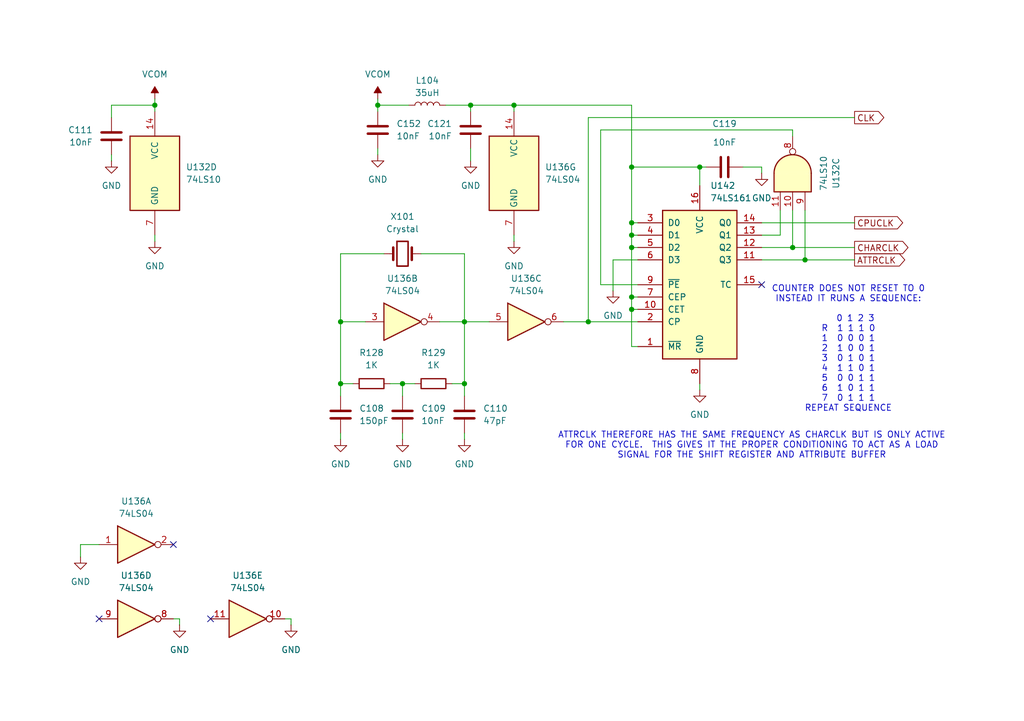
<source format=kicad_sch>
(kicad_sch
	(version 20250114)
	(generator "eeschema")
	(generator_version "9.0")
	(uuid "4d7262ed-2761-4c5a-afa8-3373521c98e1")
	(paper "A5")
	(lib_symbols
		(symbol "74LS10_1"
			(pin_names
				(offset 1.016)
			)
			(exclude_from_sim no)
			(in_bom yes)
			(on_board yes)
			(property "Reference" "U"
				(at 0 1.27 0)
				(effects
					(font
						(size 1.27 1.27)
					)
				)
			)
			(property "Value" "74LS10"
				(at 0 -1.27 0)
				(effects
					(font
						(size 1.27 1.27)
					)
				)
			)
			(property "Footprint" ""
				(at 0 0 0)
				(effects
					(font
						(size 1.27 1.27)
					)
					(hide yes)
				)
			)
			(property "Datasheet" "http://www.ti.com/lit/gpn/sn74LS10"
				(at 0 0 0)
				(effects
					(font
						(size 1.27 1.27)
					)
					(hide yes)
				)
			)
			(property "Description" "Triple 3-input NAND"
				(at 0 0 0)
				(effects
					(font
						(size 1.27 1.27)
					)
					(hide yes)
				)
			)
			(property "ki_locked" ""
				(at 0 0 0)
				(effects
					(font
						(size 1.27 1.27)
					)
				)
			)
			(property "ki_keywords" "TTL Nand3"
				(at 0 0 0)
				(effects
					(font
						(size 1.27 1.27)
					)
					(hide yes)
				)
			)
			(property "ki_fp_filters" "DIP*W7.62mm*"
				(at 0 0 0)
				(effects
					(font
						(size 1.27 1.27)
					)
					(hide yes)
				)
			)
			(symbol "74LS10_1_1_1"
				(arc
					(start 0 3.81)
					(mid 3.7934 0)
					(end 0 -3.81)
					(stroke
						(width 0.254)
						(type default)
					)
					(fill
						(type background)
					)
				)
				(polyline
					(pts
						(xy 0 3.81) (xy -3.81 3.81) (xy -3.81 -3.81) (xy 0 -3.81)
					)
					(stroke
						(width 0.254)
						(type default)
					)
					(fill
						(type background)
					)
				)
				(pin input line
					(at -7.62 2.54 0)
					(length 3.81)
					(name "~"
						(effects
							(font
								(size 1.27 1.27)
							)
						)
					)
					(number "1"
						(effects
							(font
								(size 1.27 1.27)
							)
						)
					)
				)
				(pin input line
					(at -7.62 0 0)
					(length 3.81)
					(name "~"
						(effects
							(font
								(size 1.27 1.27)
							)
						)
					)
					(number "2"
						(effects
							(font
								(size 1.27 1.27)
							)
						)
					)
				)
				(pin input line
					(at -7.62 -2.54 0)
					(length 3.81)
					(name "~"
						(effects
							(font
								(size 1.27 1.27)
							)
						)
					)
					(number "13"
						(effects
							(font
								(size 1.27 1.27)
							)
						)
					)
				)
				(pin output inverted
					(at 7.62 0 180)
					(length 3.81)
					(name "~"
						(effects
							(font
								(size 1.27 1.27)
							)
						)
					)
					(number "12"
						(effects
							(font
								(size 1.27 1.27)
							)
						)
					)
				)
			)
			(symbol "74LS10_1_1_2"
				(arc
					(start -3.81 3.81)
					(mid -2.589 0)
					(end -3.81 -3.81)
					(stroke
						(width 0.254)
						(type default)
					)
					(fill
						(type none)
					)
				)
				(polyline
					(pts
						(xy -3.81 3.81) (xy -0.635 3.81)
					)
					(stroke
						(width 0.254)
						(type default)
					)
					(fill
						(type background)
					)
				)
				(polyline
					(pts
						(xy -3.81 -3.81) (xy -0.635 -3.81)
					)
					(stroke
						(width 0.254)
						(type default)
					)
					(fill
						(type background)
					)
				)
				(arc
					(start 3.81 0)
					(mid 2.1855 -2.584)
					(end -0.6096 -3.81)
					(stroke
						(width 0.254)
						(type default)
					)
					(fill
						(type background)
					)
				)
				(arc
					(start -0.6096 3.81)
					(mid 2.1928 2.5924)
					(end 3.81 0)
					(stroke
						(width 0.254)
						(type default)
					)
					(fill
						(type background)
					)
				)
				(polyline
					(pts
						(xy -0.635 3.81) (xy -3.81 3.81) (xy -3.81 3.81) (xy -3.556 3.4036) (xy -3.0226 2.2606) (xy -2.6924 1.0414)
						(xy -2.6162 -0.254) (xy -2.7686 -1.4986) (xy -3.175 -2.7178) (xy -3.81 -3.81) (xy -3.81 -3.81)
						(xy -0.635 -3.81)
					)
					(stroke
						(width -25.4)
						(type default)
					)
					(fill
						(type background)
					)
				)
				(pin input inverted
					(at -7.62 2.54 0)
					(length 4.318)
					(name "~"
						(effects
							(font
								(size 1.27 1.27)
							)
						)
					)
					(number "1"
						(effects
							(font
								(size 1.27 1.27)
							)
						)
					)
				)
				(pin input inverted
					(at -7.62 0 0)
					(length 4.953)
					(name "~"
						(effects
							(font
								(size 1.27 1.27)
							)
						)
					)
					(number "2"
						(effects
							(font
								(size 1.27 1.27)
							)
						)
					)
				)
				(pin input inverted
					(at -7.62 -2.54 0)
					(length 4.318)
					(name "~"
						(effects
							(font
								(size 1.27 1.27)
							)
						)
					)
					(number "13"
						(effects
							(font
								(size 1.27 1.27)
							)
						)
					)
				)
				(pin output line
					(at 7.62 0 180)
					(length 3.81)
					(name "~"
						(effects
							(font
								(size 1.27 1.27)
							)
						)
					)
					(number "12"
						(effects
							(font
								(size 1.27 1.27)
							)
						)
					)
				)
			)
			(symbol "74LS10_1_2_1"
				(arc
					(start 0 3.81)
					(mid 3.7934 0)
					(end 0 -3.81)
					(stroke
						(width 0.254)
						(type default)
					)
					(fill
						(type background)
					)
				)
				(polyline
					(pts
						(xy 0 3.81) (xy -3.81 3.81) (xy -3.81 -3.81) (xy 0 -3.81)
					)
					(stroke
						(width 0.254)
						(type default)
					)
					(fill
						(type background)
					)
				)
				(pin input line
					(at -7.62 2.54 0)
					(length 3.81)
					(name "~"
						(effects
							(font
								(size 1.27 1.27)
							)
						)
					)
					(number "3"
						(effects
							(font
								(size 1.27 1.27)
							)
						)
					)
				)
				(pin input line
					(at -7.62 0 0)
					(length 3.81)
					(name "~"
						(effects
							(font
								(size 1.27 1.27)
							)
						)
					)
					(number "4"
						(effects
							(font
								(size 1.27 1.27)
							)
						)
					)
				)
				(pin input line
					(at -7.62 -2.54 0)
					(length 3.81)
					(name "~"
						(effects
							(font
								(size 1.27 1.27)
							)
						)
					)
					(number "5"
						(effects
							(font
								(size 1.27 1.27)
							)
						)
					)
				)
				(pin output inverted
					(at 7.62 0 180)
					(length 3.81)
					(name "~"
						(effects
							(font
								(size 1.27 1.27)
							)
						)
					)
					(number "6"
						(effects
							(font
								(size 1.27 1.27)
							)
						)
					)
				)
			)
			(symbol "74LS10_1_2_2"
				(arc
					(start -3.81 3.81)
					(mid -2.589 0)
					(end -3.81 -3.81)
					(stroke
						(width 0.254)
						(type default)
					)
					(fill
						(type none)
					)
				)
				(polyline
					(pts
						(xy -3.81 3.81) (xy -0.635 3.81)
					)
					(stroke
						(width 0.254)
						(type default)
					)
					(fill
						(type background)
					)
				)
				(polyline
					(pts
						(xy -3.81 -3.81) (xy -0.635 -3.81)
					)
					(stroke
						(width 0.254)
						(type default)
					)
					(fill
						(type background)
					)
				)
				(arc
					(start 3.81 0)
					(mid 2.1855 -2.584)
					(end -0.6096 -3.81)
					(stroke
						(width 0.254)
						(type default)
					)
					(fill
						(type background)
					)
				)
				(arc
					(start -0.6096 3.81)
					(mid 2.1928 2.5924)
					(end 3.81 0)
					(stroke
						(width 0.254)
						(type default)
					)
					(fill
						(type background)
					)
				)
				(polyline
					(pts
						(xy -0.635 3.81) (xy -3.81 3.81) (xy -3.81 3.81) (xy -3.556 3.4036) (xy -3.0226 2.2606) (xy -2.6924 1.0414)
						(xy -2.6162 -0.254) (xy -2.7686 -1.4986) (xy -3.175 -2.7178) (xy -3.81 -3.81) (xy -3.81 -3.81)
						(xy -0.635 -3.81)
					)
					(stroke
						(width -25.4)
						(type default)
					)
					(fill
						(type background)
					)
				)
				(pin input inverted
					(at -7.62 2.54 0)
					(length 4.318)
					(name "~"
						(effects
							(font
								(size 1.27 1.27)
							)
						)
					)
					(number "3"
						(effects
							(font
								(size 1.27 1.27)
							)
						)
					)
				)
				(pin input inverted
					(at -7.62 0 0)
					(length 4.953)
					(name "~"
						(effects
							(font
								(size 1.27 1.27)
							)
						)
					)
					(number "4"
						(effects
							(font
								(size 1.27 1.27)
							)
						)
					)
				)
				(pin input inverted
					(at -7.62 -2.54 0)
					(length 4.318)
					(name "~"
						(effects
							(font
								(size 1.27 1.27)
							)
						)
					)
					(number "5"
						(effects
							(font
								(size 1.27 1.27)
							)
						)
					)
				)
				(pin output line
					(at 7.62 0 180)
					(length 3.81)
					(name "~"
						(effects
							(font
								(size 1.27 1.27)
							)
						)
					)
					(number "6"
						(effects
							(font
								(size 1.27 1.27)
							)
						)
					)
				)
			)
			(symbol "74LS10_1_3_1"
				(arc
					(start 0 3.81)
					(mid 3.7934 0)
					(end 0 -3.81)
					(stroke
						(width 0.254)
						(type default)
					)
					(fill
						(type background)
					)
				)
				(polyline
					(pts
						(xy 0 3.81) (xy -3.81 3.81) (xy -3.81 -3.81) (xy 0 -3.81)
					)
					(stroke
						(width 0.254)
						(type default)
					)
					(fill
						(type background)
					)
				)
				(pin input line
					(at -7.62 2.54 0)
					(length 3.81)
					(name "~"
						(effects
							(font
								(size 1.27 1.27)
							)
						)
					)
					(number "9"
						(effects
							(font
								(size 1.27 1.27)
							)
						)
					)
				)
				(pin input line
					(at -7.62 0 0)
					(length 3.81)
					(name "~"
						(effects
							(font
								(size 1.27 1.27)
							)
						)
					)
					(number "10"
						(effects
							(font
								(size 1.27 1.27)
							)
						)
					)
				)
				(pin input line
					(at -7.62 -2.54 0)
					(length 3.81)
					(name "~"
						(effects
							(font
								(size 1.27 1.27)
							)
						)
					)
					(number "11"
						(effects
							(font
								(size 1.27 1.27)
							)
						)
					)
				)
				(pin output inverted
					(at 7.62 0 180)
					(length 3.81)
					(name "~"
						(effects
							(font
								(size 1.27 1.27)
							)
						)
					)
					(number "8"
						(effects
							(font
								(size 1.27 1.27)
							)
						)
					)
				)
			)
			(symbol "74LS10_1_3_2"
				(arc
					(start -3.81 3.81)
					(mid -2.589 0)
					(end -3.81 -3.81)
					(stroke
						(width 0.254)
						(type default)
					)
					(fill
						(type none)
					)
				)
				(polyline
					(pts
						(xy -3.81 3.81) (xy -0.635 3.81)
					)
					(stroke
						(width 0.254)
						(type default)
					)
					(fill
						(type background)
					)
				)
				(polyline
					(pts
						(xy -3.81 -3.81) (xy -0.635 -3.81)
					)
					(stroke
						(width 0.254)
						(type default)
					)
					(fill
						(type background)
					)
				)
				(arc
					(start 3.81 0)
					(mid 2.1855 -2.584)
					(end -0.6096 -3.81)
					(stroke
						(width 0.254)
						(type default)
					)
					(fill
						(type background)
					)
				)
				(arc
					(start -0.6096 3.81)
					(mid 2.1928 2.5924)
					(end 3.81 0)
					(stroke
						(width 0.254)
						(type default)
					)
					(fill
						(type background)
					)
				)
				(polyline
					(pts
						(xy -0.635 3.81) (xy -3.81 3.81) (xy -3.81 3.81) (xy -3.556 3.4036) (xy -3.0226 2.2606) (xy -2.6924 1.0414)
						(xy -2.6162 -0.254) (xy -2.7686 -1.4986) (xy -3.175 -2.7178) (xy -3.81 -3.81) (xy -3.81 -3.81)
						(xy -0.635 -3.81)
					)
					(stroke
						(width -25.4)
						(type default)
					)
					(fill
						(type background)
					)
				)
				(pin input inverted
					(at -7.62 2.54 0)
					(length 4.318)
					(name "~"
						(effects
							(font
								(size 1.27 1.27)
							)
						)
					)
					(number "9"
						(effects
							(font
								(size 1.27 1.27)
							)
						)
					)
				)
				(pin input inverted
					(at -7.62 0 0)
					(length 4.953)
					(name "~"
						(effects
							(font
								(size 1.27 1.27)
							)
						)
					)
					(number "10"
						(effects
							(font
								(size 1.27 1.27)
							)
						)
					)
				)
				(pin input inverted
					(at -7.62 -2.54 0)
					(length 4.318)
					(name "~"
						(effects
							(font
								(size 1.27 1.27)
							)
						)
					)
					(number "11"
						(effects
							(font
								(size 1.27 1.27)
							)
						)
					)
				)
				(pin output line
					(at 7.62 0 180)
					(length 3.81)
					(name "~"
						(effects
							(font
								(size 1.27 1.27)
							)
						)
					)
					(number "8"
						(effects
							(font
								(size 1.27 1.27)
							)
						)
					)
				)
			)
			(symbol "74LS10_1_4_0"
				(pin power_in line
					(at 0 12.7 270)
					(length 5.08)
					(name "VCC"
						(effects
							(font
								(size 1.27 1.27)
							)
						)
					)
					(number "14"
						(effects
							(font
								(size 1.27 1.27)
							)
						)
					)
				)
				(pin power_in line
					(at 0 -12.7 90)
					(length 5.08)
					(name "GND"
						(effects
							(font
								(size 1.27 1.27)
							)
						)
					)
					(number "7"
						(effects
							(font
								(size 1.27 1.27)
							)
						)
					)
				)
			)
			(symbol "74LS10_1_4_1"
				(rectangle
					(start -5.08 7.62)
					(end 5.08 -7.62)
					(stroke
						(width 0.254)
						(type default)
					)
					(fill
						(type background)
					)
				)
			)
			(embedded_fonts no)
		)
		(symbol "74xx:74LS04"
			(exclude_from_sim no)
			(in_bom yes)
			(on_board yes)
			(property "Reference" "U"
				(at 0 1.27 0)
				(effects
					(font
						(size 1.27 1.27)
					)
				)
			)
			(property "Value" "74LS04"
				(at 0 -1.27 0)
				(effects
					(font
						(size 1.27 1.27)
					)
				)
			)
			(property "Footprint" ""
				(at 0 0 0)
				(effects
					(font
						(size 1.27 1.27)
					)
					(hide yes)
				)
			)
			(property "Datasheet" "http://www.ti.com/lit/gpn/sn74LS04"
				(at 0 0 0)
				(effects
					(font
						(size 1.27 1.27)
					)
					(hide yes)
				)
			)
			(property "Description" "Hex Inverter"
				(at 0 0 0)
				(effects
					(font
						(size 1.27 1.27)
					)
					(hide yes)
				)
			)
			(property "ki_locked" ""
				(at 0 0 0)
				(effects
					(font
						(size 1.27 1.27)
					)
				)
			)
			(property "ki_keywords" "TTL not inv"
				(at 0 0 0)
				(effects
					(font
						(size 1.27 1.27)
					)
					(hide yes)
				)
			)
			(property "ki_fp_filters" "DIP*W7.62mm* SSOP?14* TSSOP?14*"
				(at 0 0 0)
				(effects
					(font
						(size 1.27 1.27)
					)
					(hide yes)
				)
			)
			(symbol "74LS04_1_0"
				(polyline
					(pts
						(xy -3.81 3.81) (xy -3.81 -3.81) (xy 3.81 0) (xy -3.81 3.81)
					)
					(stroke
						(width 0.254)
						(type default)
					)
					(fill
						(type background)
					)
				)
				(pin input line
					(at -7.62 0 0)
					(length 3.81)
					(name "~"
						(effects
							(font
								(size 1.27 1.27)
							)
						)
					)
					(number "1"
						(effects
							(font
								(size 1.27 1.27)
							)
						)
					)
				)
				(pin output inverted
					(at 7.62 0 180)
					(length 3.81)
					(name "~"
						(effects
							(font
								(size 1.27 1.27)
							)
						)
					)
					(number "2"
						(effects
							(font
								(size 1.27 1.27)
							)
						)
					)
				)
			)
			(symbol "74LS04_2_0"
				(polyline
					(pts
						(xy -3.81 3.81) (xy -3.81 -3.81) (xy 3.81 0) (xy -3.81 3.81)
					)
					(stroke
						(width 0.254)
						(type default)
					)
					(fill
						(type background)
					)
				)
				(pin input line
					(at -7.62 0 0)
					(length 3.81)
					(name "~"
						(effects
							(font
								(size 1.27 1.27)
							)
						)
					)
					(number "3"
						(effects
							(font
								(size 1.27 1.27)
							)
						)
					)
				)
				(pin output inverted
					(at 7.62 0 180)
					(length 3.81)
					(name "~"
						(effects
							(font
								(size 1.27 1.27)
							)
						)
					)
					(number "4"
						(effects
							(font
								(size 1.27 1.27)
							)
						)
					)
				)
			)
			(symbol "74LS04_3_0"
				(polyline
					(pts
						(xy -3.81 3.81) (xy -3.81 -3.81) (xy 3.81 0) (xy -3.81 3.81)
					)
					(stroke
						(width 0.254)
						(type default)
					)
					(fill
						(type background)
					)
				)
				(pin input line
					(at -7.62 0 0)
					(length 3.81)
					(name "~"
						(effects
							(font
								(size 1.27 1.27)
							)
						)
					)
					(number "5"
						(effects
							(font
								(size 1.27 1.27)
							)
						)
					)
				)
				(pin output inverted
					(at 7.62 0 180)
					(length 3.81)
					(name "~"
						(effects
							(font
								(size 1.27 1.27)
							)
						)
					)
					(number "6"
						(effects
							(font
								(size 1.27 1.27)
							)
						)
					)
				)
			)
			(symbol "74LS04_4_0"
				(polyline
					(pts
						(xy -3.81 3.81) (xy -3.81 -3.81) (xy 3.81 0) (xy -3.81 3.81)
					)
					(stroke
						(width 0.254)
						(type default)
					)
					(fill
						(type background)
					)
				)
				(pin input line
					(at -7.62 0 0)
					(length 3.81)
					(name "~"
						(effects
							(font
								(size 1.27 1.27)
							)
						)
					)
					(number "9"
						(effects
							(font
								(size 1.27 1.27)
							)
						)
					)
				)
				(pin output inverted
					(at 7.62 0 180)
					(length 3.81)
					(name "~"
						(effects
							(font
								(size 1.27 1.27)
							)
						)
					)
					(number "8"
						(effects
							(font
								(size 1.27 1.27)
							)
						)
					)
				)
			)
			(symbol "74LS04_5_0"
				(polyline
					(pts
						(xy -3.81 3.81) (xy -3.81 -3.81) (xy 3.81 0) (xy -3.81 3.81)
					)
					(stroke
						(width 0.254)
						(type default)
					)
					(fill
						(type background)
					)
				)
				(pin input line
					(at -7.62 0 0)
					(length 3.81)
					(name "~"
						(effects
							(font
								(size 1.27 1.27)
							)
						)
					)
					(number "11"
						(effects
							(font
								(size 1.27 1.27)
							)
						)
					)
				)
				(pin output inverted
					(at 7.62 0 180)
					(length 3.81)
					(name "~"
						(effects
							(font
								(size 1.27 1.27)
							)
						)
					)
					(number "10"
						(effects
							(font
								(size 1.27 1.27)
							)
						)
					)
				)
			)
			(symbol "74LS04_6_0"
				(polyline
					(pts
						(xy -3.81 3.81) (xy -3.81 -3.81) (xy 3.81 0) (xy -3.81 3.81)
					)
					(stroke
						(width 0.254)
						(type default)
					)
					(fill
						(type background)
					)
				)
				(pin input line
					(at -7.62 0 0)
					(length 3.81)
					(name "~"
						(effects
							(font
								(size 1.27 1.27)
							)
						)
					)
					(number "13"
						(effects
							(font
								(size 1.27 1.27)
							)
						)
					)
				)
				(pin output inverted
					(at 7.62 0 180)
					(length 3.81)
					(name "~"
						(effects
							(font
								(size 1.27 1.27)
							)
						)
					)
					(number "12"
						(effects
							(font
								(size 1.27 1.27)
							)
						)
					)
				)
			)
			(symbol "74LS04_7_0"
				(pin power_in line
					(at 0 12.7 270)
					(length 5.08)
					(name "VCC"
						(effects
							(font
								(size 1.27 1.27)
							)
						)
					)
					(number "14"
						(effects
							(font
								(size 1.27 1.27)
							)
						)
					)
				)
				(pin power_in line
					(at 0 -12.7 90)
					(length 5.08)
					(name "GND"
						(effects
							(font
								(size 1.27 1.27)
							)
						)
					)
					(number "7"
						(effects
							(font
								(size 1.27 1.27)
							)
						)
					)
				)
			)
			(symbol "74LS04_7_1"
				(rectangle
					(start -5.08 7.62)
					(end 5.08 -7.62)
					(stroke
						(width 0.254)
						(type default)
					)
					(fill
						(type background)
					)
				)
			)
			(embedded_fonts no)
		)
		(symbol "74xx:74LS10"
			(pin_names
				(offset 1.016)
			)
			(exclude_from_sim no)
			(in_bom yes)
			(on_board yes)
			(property "Reference" "U132"
				(at -0.0083 8.89 0)
				(effects
					(font
						(size 1.27 1.27)
					)
				)
			)
			(property "Value" "74LS10"
				(at -0.0083 6.35 0)
				(effects
					(font
						(size 1.27 1.27)
					)
				)
			)
			(property "Footprint" ""
				(at 0 0 0)
				(effects
					(font
						(size 1.27 1.27)
					)
					(hide yes)
				)
			)
			(property "Datasheet" "http://www.ti.com/lit/gpn/sn74LS10"
				(at 0 0 0)
				(effects
					(font
						(size 1.27 1.27)
					)
					(hide yes)
				)
			)
			(property "Description" "Triple 3-input NAND"
				(at 0 0 0)
				(effects
					(font
						(size 1.27 1.27)
					)
					(hide yes)
				)
			)
			(property "ki_locked" ""
				(at 0 0 0)
				(effects
					(font
						(size 1.27 1.27)
					)
				)
			)
			(property "ki_keywords" "TTL Nand3"
				(at 0 0 0)
				(effects
					(font
						(size 1.27 1.27)
					)
					(hide yes)
				)
			)
			(property "ki_fp_filters" "DIP*W7.62mm*"
				(at 0 0 0)
				(effects
					(font
						(size 1.27 1.27)
					)
					(hide yes)
				)
			)
			(symbol "74LS10_1_1"
				(arc
					(start 0 3.81)
					(mid 3.7934 0)
					(end 0 -3.81)
					(stroke
						(width 0.254)
						(type default)
					)
					(fill
						(type background)
					)
				)
				(polyline
					(pts
						(xy 0 3.81) (xy -3.81 3.81) (xy -3.81 -3.81) (xy 0 -3.81)
					)
					(stroke
						(width 0.254)
						(type default)
					)
					(fill
						(type background)
					)
				)
				(pin input line
					(at -7.62 2.54 0)
					(length 3.81)
					(name "~"
						(effects
							(font
								(size 1.27 1.27)
							)
						)
					)
					(number "1"
						(effects
							(font
								(size 1.27 1.27)
							)
						)
					)
				)
				(pin input line
					(at -7.62 0 0)
					(length 3.81)
					(name "~"
						(effects
							(font
								(size 1.27 1.27)
							)
						)
					)
					(number "2"
						(effects
							(font
								(size 1.27 1.27)
							)
						)
					)
				)
				(pin input line
					(at -7.62 -2.54 0)
					(length 3.81)
					(name "~"
						(effects
							(font
								(size 1.27 1.27)
							)
						)
					)
					(number "13"
						(effects
							(font
								(size 1.27 1.27)
							)
						)
					)
				)
				(pin output inverted
					(at 7.62 0 180)
					(length 3.81)
					(name "~"
						(effects
							(font
								(size 1.27 1.27)
							)
						)
					)
					(number "12"
						(effects
							(font
								(size 1.27 1.27)
							)
						)
					)
				)
			)
			(symbol "74LS10_1_2"
				(arc
					(start -3.81 3.81)
					(mid -2.589 0)
					(end -3.81 -3.81)
					(stroke
						(width 0.254)
						(type default)
					)
					(fill
						(type none)
					)
				)
				(polyline
					(pts
						(xy -3.81 3.81) (xy -0.635 3.81)
					)
					(stroke
						(width 0.254)
						(type default)
					)
					(fill
						(type background)
					)
				)
				(polyline
					(pts
						(xy -3.81 -3.81) (xy -0.635 -3.81)
					)
					(stroke
						(width 0.254)
						(type default)
					)
					(fill
						(type background)
					)
				)
				(arc
					(start 3.81 0)
					(mid 2.1855 -2.584)
					(end -0.6096 -3.81)
					(stroke
						(width 0.254)
						(type default)
					)
					(fill
						(type background)
					)
				)
				(arc
					(start -0.6096 3.81)
					(mid 2.1928 2.5924)
					(end 3.81 0)
					(stroke
						(width 0.254)
						(type default)
					)
					(fill
						(type background)
					)
				)
				(polyline
					(pts
						(xy -0.635 3.81) (xy -3.81 3.81) (xy -3.81 3.81) (xy -3.556 3.4036) (xy -3.0226 2.2606) (xy -2.6924 1.0414)
						(xy -2.6162 -0.254) (xy -2.7686 -1.4986) (xy -3.175 -2.7178) (xy -3.81 -3.81) (xy -3.81 -3.81)
						(xy -0.635 -3.81)
					)
					(stroke
						(width -25.4)
						(type default)
					)
					(fill
						(type background)
					)
				)
				(pin input inverted
					(at -7.62 2.54 0)
					(length 4.318)
					(name "~"
						(effects
							(font
								(size 1.27 1.27)
							)
						)
					)
					(number "1"
						(effects
							(font
								(size 1.27 1.27)
							)
						)
					)
				)
				(pin input inverted
					(at -7.62 0 0)
					(length 4.953)
					(name "~"
						(effects
							(font
								(size 1.27 1.27)
							)
						)
					)
					(number "2"
						(effects
							(font
								(size 1.27 1.27)
							)
						)
					)
				)
				(pin input inverted
					(at -7.62 -2.54 0)
					(length 4.318)
					(name "~"
						(effects
							(font
								(size 1.27 1.27)
							)
						)
					)
					(number "13"
						(effects
							(font
								(size 1.27 1.27)
							)
						)
					)
				)
				(pin output line
					(at 7.62 0 180)
					(length 3.81)
					(name "~"
						(effects
							(font
								(size 1.27 1.27)
							)
						)
					)
					(number "12"
						(effects
							(font
								(size 1.27 1.27)
							)
						)
					)
				)
			)
			(symbol "74LS10_2_1"
				(arc
					(start 0 3.81)
					(mid 3.7934 0)
					(end 0 -3.81)
					(stroke
						(width 0.254)
						(type default)
					)
					(fill
						(type background)
					)
				)
				(polyline
					(pts
						(xy 0 3.81) (xy -3.81 3.81) (xy -3.81 -3.81) (xy 0 -3.81)
					)
					(stroke
						(width 0.254)
						(type default)
					)
					(fill
						(type background)
					)
				)
				(pin input line
					(at -7.62 2.54 0)
					(length 3.81)
					(name "~"
						(effects
							(font
								(size 1.27 1.27)
							)
						)
					)
					(number "3"
						(effects
							(font
								(size 1.27 1.27)
							)
						)
					)
				)
				(pin input line
					(at -7.62 0 0)
					(length 3.81)
					(name "~"
						(effects
							(font
								(size 1.27 1.27)
							)
						)
					)
					(number "4"
						(effects
							(font
								(size 1.27 1.27)
							)
						)
					)
				)
				(pin input line
					(at -7.62 -2.54 0)
					(length 3.81)
					(name "~"
						(effects
							(font
								(size 1.27 1.27)
							)
						)
					)
					(number "5"
						(effects
							(font
								(size 1.27 1.27)
							)
						)
					)
				)
				(pin output inverted
					(at 7.62 0 180)
					(length 3.81)
					(name "~"
						(effects
							(font
								(size 1.27 1.27)
							)
						)
					)
					(number "6"
						(effects
							(font
								(size 1.27 1.27)
							)
						)
					)
				)
			)
			(symbol "74LS10_2_2"
				(arc
					(start -3.81 3.81)
					(mid -2.589 0)
					(end -3.81 -3.81)
					(stroke
						(width 0.254)
						(type default)
					)
					(fill
						(type none)
					)
				)
				(polyline
					(pts
						(xy -3.81 3.81) (xy -0.635 3.81)
					)
					(stroke
						(width 0.254)
						(type default)
					)
					(fill
						(type background)
					)
				)
				(polyline
					(pts
						(xy -3.81 -3.81) (xy -0.635 -3.81)
					)
					(stroke
						(width 0.254)
						(type default)
					)
					(fill
						(type background)
					)
				)
				(arc
					(start 3.81 0)
					(mid 2.1855 -2.584)
					(end -0.6096 -3.81)
					(stroke
						(width 0.254)
						(type default)
					)
					(fill
						(type background)
					)
				)
				(arc
					(start -0.6096 3.81)
					(mid 2.1928 2.5924)
					(end 3.81 0)
					(stroke
						(width 0.254)
						(type default)
					)
					(fill
						(type background)
					)
				)
				(polyline
					(pts
						(xy -0.635 3.81) (xy -3.81 3.81) (xy -3.81 3.81) (xy -3.556 3.4036) (xy -3.0226 2.2606) (xy -2.6924 1.0414)
						(xy -2.6162 -0.254) (xy -2.7686 -1.4986) (xy -3.175 -2.7178) (xy -3.81 -3.81) (xy -3.81 -3.81)
						(xy -0.635 -3.81)
					)
					(stroke
						(width -25.4)
						(type default)
					)
					(fill
						(type background)
					)
				)
				(pin input inverted
					(at -7.62 2.54 0)
					(length 4.318)
					(name "~"
						(effects
							(font
								(size 1.27 1.27)
							)
						)
					)
					(number "3"
						(effects
							(font
								(size 1.27 1.27)
							)
						)
					)
				)
				(pin input inverted
					(at -7.62 0 0)
					(length 4.953)
					(name "~"
						(effects
							(font
								(size 1.27 1.27)
							)
						)
					)
					(number "4"
						(effects
							(font
								(size 1.27 1.27)
							)
						)
					)
				)
				(pin input inverted
					(at -7.62 -2.54 0)
					(length 4.318)
					(name "~"
						(effects
							(font
								(size 1.27 1.27)
							)
						)
					)
					(number "5"
						(effects
							(font
								(size 1.27 1.27)
							)
						)
					)
				)
				(pin output line
					(at 7.62 0 180)
					(length 3.81)
					(name "~"
						(effects
							(font
								(size 1.27 1.27)
							)
						)
					)
					(number "6"
						(effects
							(font
								(size 1.27 1.27)
							)
						)
					)
				)
			)
			(symbol "74LS10_3_1"
				(arc
					(start 0 3.81)
					(mid 3.7934 0)
					(end 0 -3.81)
					(stroke
						(width 0.254)
						(type default)
					)
					(fill
						(type background)
					)
				)
				(polyline
					(pts
						(xy 0 3.81) (xy -3.81 3.81) (xy -3.81 -3.81) (xy 0 -3.81)
					)
					(stroke
						(width 0.254)
						(type default)
					)
					(fill
						(type background)
					)
				)
				(pin input line
					(at -7.62 2.54 0)
					(length 3.81)
					(name "~"
						(effects
							(font
								(size 1.27 1.27)
							)
						)
					)
					(number "10"
						(effects
							(font
								(size 1.27 1.27)
							)
						)
					)
				)
				(pin input line
					(at -7.62 0 0)
					(length 3.81)
					(name "~"
						(effects
							(font
								(size 1.27 1.27)
							)
						)
					)
					(number "9"
						(effects
							(font
								(size 1.27 1.27)
							)
						)
					)
				)
				(pin input line
					(at -7.62 -2.54 0)
					(length 3.81)
					(name "~"
						(effects
							(font
								(size 1.27 1.27)
							)
						)
					)
					(number "11"
						(effects
							(font
								(size 1.27 1.27)
							)
						)
					)
				)
				(pin output inverted
					(at 7.62 0 180)
					(length 3.81)
					(name "~"
						(effects
							(font
								(size 1.27 1.27)
							)
						)
					)
					(number "8"
						(effects
							(font
								(size 1.27 1.27)
							)
						)
					)
				)
			)
			(symbol "74LS10_3_2"
				(arc
					(start -3.81 3.81)
					(mid -2.589 0)
					(end -3.81 -3.81)
					(stroke
						(width 0.254)
						(type default)
					)
					(fill
						(type none)
					)
				)
				(polyline
					(pts
						(xy -3.81 3.81) (xy -0.635 3.81)
					)
					(stroke
						(width 0.254)
						(type default)
					)
					(fill
						(type background)
					)
				)
				(polyline
					(pts
						(xy -3.81 -3.81) (xy -0.635 -3.81)
					)
					(stroke
						(width 0.254)
						(type default)
					)
					(fill
						(type background)
					)
				)
				(arc
					(start 3.81 0)
					(mid 2.1855 -2.584)
					(end -0.6096 -3.81)
					(stroke
						(width 0.254)
						(type default)
					)
					(fill
						(type background)
					)
				)
				(arc
					(start -0.6096 3.81)
					(mid 2.1928 2.5924)
					(end 3.81 0)
					(stroke
						(width 0.254)
						(type default)
					)
					(fill
						(type background)
					)
				)
				(polyline
					(pts
						(xy -0.635 3.81) (xy -3.81 3.81) (xy -3.81 3.81) (xy -3.556 3.4036) (xy -3.0226 2.2606) (xy -2.6924 1.0414)
						(xy -2.6162 -0.254) (xy -2.7686 -1.4986) (xy -3.175 -2.7178) (xy -3.81 -3.81) (xy -3.81 -3.81)
						(xy -0.635 -3.81)
					)
					(stroke
						(width -25.4)
						(type default)
					)
					(fill
						(type background)
					)
				)
				(pin input inverted
					(at -7.62 2.54 0)
					(length 4.318)
					(name "~"
						(effects
							(font
								(size 1.27 1.27)
							)
						)
					)
					(number "9"
						(effects
							(font
								(size 1.27 1.27)
							)
						)
					)
				)
				(pin input inverted
					(at -7.62 0 0)
					(length 4.953)
					(name "~"
						(effects
							(font
								(size 1.27 1.27)
							)
						)
					)
					(number "10"
						(effects
							(font
								(size 1.27 1.27)
							)
						)
					)
				)
				(pin input inverted
					(at -7.62 -2.54 0)
					(length 4.318)
					(name "~"
						(effects
							(font
								(size 1.27 1.27)
							)
						)
					)
					(number "11"
						(effects
							(font
								(size 1.27 1.27)
							)
						)
					)
				)
				(pin output line
					(at 7.62 0 180)
					(length 3.81)
					(name "~"
						(effects
							(font
								(size 1.27 1.27)
							)
						)
					)
					(number "8"
						(effects
							(font
								(size 1.27 1.27)
							)
						)
					)
				)
			)
			(symbol "74LS10_4_0"
				(pin power_in line
					(at 0 12.7 270)
					(length 5.08)
					(name "VCC"
						(effects
							(font
								(size 1.27 1.27)
							)
						)
					)
					(number "14"
						(effects
							(font
								(size 1.27 1.27)
							)
						)
					)
				)
				(pin power_in line
					(at 0 -12.7 90)
					(length 5.08)
					(name "GND"
						(effects
							(font
								(size 1.27 1.27)
							)
						)
					)
					(number "7"
						(effects
							(font
								(size 1.27 1.27)
							)
						)
					)
				)
			)
			(symbol "74LS10_4_1"
				(rectangle
					(start -5.08 7.62)
					(end 5.08 -7.62)
					(stroke
						(width 0.254)
						(type default)
					)
					(fill
						(type background)
					)
				)
			)
			(embedded_fonts no)
		)
		(symbol "74xx:74LS161"
			(pin_names
				(offset 1.016)
			)
			(exclude_from_sim no)
			(in_bom yes)
			(on_board yes)
			(property "Reference" "U"
				(at -7.62 16.51 0)
				(effects
					(font
						(size 1.27 1.27)
					)
				)
			)
			(property "Value" "74LS161"
				(at -7.62 -16.51 0)
				(effects
					(font
						(size 1.27 1.27)
					)
				)
			)
			(property "Footprint" ""
				(at 0 0 0)
				(effects
					(font
						(size 1.27 1.27)
					)
					(hide yes)
				)
			)
			(property "Datasheet" "http://www.ti.com/lit/gpn/sn74LS161"
				(at 0 0 0)
				(effects
					(font
						(size 1.27 1.27)
					)
					(hide yes)
				)
			)
			(property "Description" "Synchronous 4-bit programmable binary Counter"
				(at 0 0 0)
				(effects
					(font
						(size 1.27 1.27)
					)
					(hide yes)
				)
			)
			(property "ki_locked" ""
				(at 0 0 0)
				(effects
					(font
						(size 1.27 1.27)
					)
				)
			)
			(property "ki_keywords" "TTL CNT CNT4"
				(at 0 0 0)
				(effects
					(font
						(size 1.27 1.27)
					)
					(hide yes)
				)
			)
			(property "ki_fp_filters" "DIP?16*"
				(at 0 0 0)
				(effects
					(font
						(size 1.27 1.27)
					)
					(hide yes)
				)
			)
			(symbol "74LS161_1_0"
				(pin input line
					(at -12.7 12.7 0)
					(length 5.08)
					(name "D0"
						(effects
							(font
								(size 1.27 1.27)
							)
						)
					)
					(number "3"
						(effects
							(font
								(size 1.27 1.27)
							)
						)
					)
				)
				(pin input line
					(at -12.7 10.16 0)
					(length 5.08)
					(name "D1"
						(effects
							(font
								(size 1.27 1.27)
							)
						)
					)
					(number "4"
						(effects
							(font
								(size 1.27 1.27)
							)
						)
					)
				)
				(pin input line
					(at -12.7 7.62 0)
					(length 5.08)
					(name "D2"
						(effects
							(font
								(size 1.27 1.27)
							)
						)
					)
					(number "5"
						(effects
							(font
								(size 1.27 1.27)
							)
						)
					)
				)
				(pin input line
					(at -12.7 5.08 0)
					(length 5.08)
					(name "D3"
						(effects
							(font
								(size 1.27 1.27)
							)
						)
					)
					(number "6"
						(effects
							(font
								(size 1.27 1.27)
							)
						)
					)
				)
				(pin input line
					(at -12.7 0 0)
					(length 5.08)
					(name "~{PE}"
						(effects
							(font
								(size 1.27 1.27)
							)
						)
					)
					(number "9"
						(effects
							(font
								(size 1.27 1.27)
							)
						)
					)
				)
				(pin input line
					(at -12.7 -2.54 0)
					(length 5.08)
					(name "CEP"
						(effects
							(font
								(size 1.27 1.27)
							)
						)
					)
					(number "7"
						(effects
							(font
								(size 1.27 1.27)
							)
						)
					)
				)
				(pin input line
					(at -12.7 -5.08 0)
					(length 5.08)
					(name "CET"
						(effects
							(font
								(size 1.27 1.27)
							)
						)
					)
					(number "10"
						(effects
							(font
								(size 1.27 1.27)
							)
						)
					)
				)
				(pin input line
					(at -12.7 -7.62 0)
					(length 5.08)
					(name "CP"
						(effects
							(font
								(size 1.27 1.27)
							)
						)
					)
					(number "2"
						(effects
							(font
								(size 1.27 1.27)
							)
						)
					)
				)
				(pin input line
					(at -12.7 -12.7 0)
					(length 5.08)
					(name "~{MR}"
						(effects
							(font
								(size 1.27 1.27)
							)
						)
					)
					(number "1"
						(effects
							(font
								(size 1.27 1.27)
							)
						)
					)
				)
				(pin power_in line
					(at 0 20.32 270)
					(length 5.08)
					(name "VCC"
						(effects
							(font
								(size 1.27 1.27)
							)
						)
					)
					(number "16"
						(effects
							(font
								(size 1.27 1.27)
							)
						)
					)
				)
				(pin power_in line
					(at 0 -20.32 90)
					(length 5.08)
					(name "GND"
						(effects
							(font
								(size 1.27 1.27)
							)
						)
					)
					(number "8"
						(effects
							(font
								(size 1.27 1.27)
							)
						)
					)
				)
				(pin output line
					(at 12.7 12.7 180)
					(length 5.08)
					(name "Q0"
						(effects
							(font
								(size 1.27 1.27)
							)
						)
					)
					(number "14"
						(effects
							(font
								(size 1.27 1.27)
							)
						)
					)
				)
				(pin output line
					(at 12.7 10.16 180)
					(length 5.08)
					(name "Q1"
						(effects
							(font
								(size 1.27 1.27)
							)
						)
					)
					(number "13"
						(effects
							(font
								(size 1.27 1.27)
							)
						)
					)
				)
				(pin output line
					(at 12.7 7.62 180)
					(length 5.08)
					(name "Q2"
						(effects
							(font
								(size 1.27 1.27)
							)
						)
					)
					(number "12"
						(effects
							(font
								(size 1.27 1.27)
							)
						)
					)
				)
				(pin output line
					(at 12.7 5.08 180)
					(length 5.08)
					(name "Q3"
						(effects
							(font
								(size 1.27 1.27)
							)
						)
					)
					(number "11"
						(effects
							(font
								(size 1.27 1.27)
							)
						)
					)
				)
				(pin output line
					(at 12.7 0 180)
					(length 5.08)
					(name "TC"
						(effects
							(font
								(size 1.27 1.27)
							)
						)
					)
					(number "15"
						(effects
							(font
								(size 1.27 1.27)
							)
						)
					)
				)
			)
			(symbol "74LS161_1_1"
				(rectangle
					(start -7.62 15.24)
					(end 7.62 -15.24)
					(stroke
						(width 0.254)
						(type default)
					)
					(fill
						(type background)
					)
				)
			)
			(embedded_fonts no)
		)
		(symbol "Device:C"
			(pin_numbers
				(hide yes)
			)
			(pin_names
				(offset 0.254)
			)
			(exclude_from_sim no)
			(in_bom yes)
			(on_board yes)
			(property "Reference" "C"
				(at 0.635 2.54 0)
				(effects
					(font
						(size 1.27 1.27)
					)
					(justify left)
				)
			)
			(property "Value" "C"
				(at 0.635 -2.54 0)
				(effects
					(font
						(size 1.27 1.27)
					)
					(justify left)
				)
			)
			(property "Footprint" ""
				(at 0.9652 -3.81 0)
				(effects
					(font
						(size 1.27 1.27)
					)
					(hide yes)
				)
			)
			(property "Datasheet" "~"
				(at 0 0 0)
				(effects
					(font
						(size 1.27 1.27)
					)
					(hide yes)
				)
			)
			(property "Description" "Unpolarized capacitor"
				(at 0 0 0)
				(effects
					(font
						(size 1.27 1.27)
					)
					(hide yes)
				)
			)
			(property "ki_keywords" "cap capacitor"
				(at 0 0 0)
				(effects
					(font
						(size 1.27 1.27)
					)
					(hide yes)
				)
			)
			(property "ki_fp_filters" "C_*"
				(at 0 0 0)
				(effects
					(font
						(size 1.27 1.27)
					)
					(hide yes)
				)
			)
			(symbol "C_0_1"
				(polyline
					(pts
						(xy -2.032 0.762) (xy 2.032 0.762)
					)
					(stroke
						(width 0.508)
						(type default)
					)
					(fill
						(type none)
					)
				)
				(polyline
					(pts
						(xy -2.032 -0.762) (xy 2.032 -0.762)
					)
					(stroke
						(width 0.508)
						(type default)
					)
					(fill
						(type none)
					)
				)
			)
			(symbol "C_1_1"
				(pin passive line
					(at 0 3.81 270)
					(length 2.794)
					(name "~"
						(effects
							(font
								(size 1.27 1.27)
							)
						)
					)
					(number "1"
						(effects
							(font
								(size 1.27 1.27)
							)
						)
					)
				)
				(pin passive line
					(at 0 -3.81 90)
					(length 2.794)
					(name "~"
						(effects
							(font
								(size 1.27 1.27)
							)
						)
					)
					(number "2"
						(effects
							(font
								(size 1.27 1.27)
							)
						)
					)
				)
			)
			(embedded_fonts no)
		)
		(symbol "Device:Crystal"
			(pin_numbers
				(hide yes)
			)
			(pin_names
				(offset 1.016)
				(hide yes)
			)
			(exclude_from_sim no)
			(in_bom yes)
			(on_board yes)
			(property "Reference" "Y"
				(at 0 3.81 0)
				(effects
					(font
						(size 1.27 1.27)
					)
				)
			)
			(property "Value" "Crystal"
				(at 0 -3.81 0)
				(effects
					(font
						(size 1.27 1.27)
					)
				)
			)
			(property "Footprint" ""
				(at 0 0 0)
				(effects
					(font
						(size 1.27 1.27)
					)
					(hide yes)
				)
			)
			(property "Datasheet" "~"
				(at 0 0 0)
				(effects
					(font
						(size 1.27 1.27)
					)
					(hide yes)
				)
			)
			(property "Description" "Two pin crystal"
				(at 0 0 0)
				(effects
					(font
						(size 1.27 1.27)
					)
					(hide yes)
				)
			)
			(property "ki_keywords" "quartz ceramic resonator oscillator"
				(at 0 0 0)
				(effects
					(font
						(size 1.27 1.27)
					)
					(hide yes)
				)
			)
			(property "ki_fp_filters" "Crystal*"
				(at 0 0 0)
				(effects
					(font
						(size 1.27 1.27)
					)
					(hide yes)
				)
			)
			(symbol "Crystal_0_1"
				(polyline
					(pts
						(xy -2.54 0) (xy -1.905 0)
					)
					(stroke
						(width 0)
						(type default)
					)
					(fill
						(type none)
					)
				)
				(polyline
					(pts
						(xy -1.905 -1.27) (xy -1.905 1.27)
					)
					(stroke
						(width 0.508)
						(type default)
					)
					(fill
						(type none)
					)
				)
				(rectangle
					(start -1.143 2.54)
					(end 1.143 -2.54)
					(stroke
						(width 0.3048)
						(type default)
					)
					(fill
						(type none)
					)
				)
				(polyline
					(pts
						(xy 1.905 -1.27) (xy 1.905 1.27)
					)
					(stroke
						(width 0.508)
						(type default)
					)
					(fill
						(type none)
					)
				)
				(polyline
					(pts
						(xy 2.54 0) (xy 1.905 0)
					)
					(stroke
						(width 0)
						(type default)
					)
					(fill
						(type none)
					)
				)
			)
			(symbol "Crystal_1_1"
				(pin passive line
					(at -3.81 0 0)
					(length 1.27)
					(name "1"
						(effects
							(font
								(size 1.27 1.27)
							)
						)
					)
					(number "1"
						(effects
							(font
								(size 1.27 1.27)
							)
						)
					)
				)
				(pin passive line
					(at 3.81 0 180)
					(length 1.27)
					(name "2"
						(effects
							(font
								(size 1.27 1.27)
							)
						)
					)
					(number "2"
						(effects
							(font
								(size 1.27 1.27)
							)
						)
					)
				)
			)
			(embedded_fonts no)
		)
		(symbol "Device:L"
			(pin_numbers
				(hide yes)
			)
			(pin_names
				(offset 1.016)
				(hide yes)
			)
			(exclude_from_sim no)
			(in_bom yes)
			(on_board yes)
			(property "Reference" "L"
				(at -1.27 0 90)
				(effects
					(font
						(size 1.27 1.27)
					)
				)
			)
			(property "Value" "L"
				(at 1.905 0 90)
				(effects
					(font
						(size 1.27 1.27)
					)
				)
			)
			(property "Footprint" ""
				(at 0 0 0)
				(effects
					(font
						(size 1.27 1.27)
					)
					(hide yes)
				)
			)
			(property "Datasheet" "~"
				(at 0 0 0)
				(effects
					(font
						(size 1.27 1.27)
					)
					(hide yes)
				)
			)
			(property "Description" "Inductor"
				(at 0 0 0)
				(effects
					(font
						(size 1.27 1.27)
					)
					(hide yes)
				)
			)
			(property "ki_keywords" "inductor choke coil reactor magnetic"
				(at 0 0 0)
				(effects
					(font
						(size 1.27 1.27)
					)
					(hide yes)
				)
			)
			(property "ki_fp_filters" "Choke_* *Coil* Inductor_* L_*"
				(at 0 0 0)
				(effects
					(font
						(size 1.27 1.27)
					)
					(hide yes)
				)
			)
			(symbol "L_0_1"
				(arc
					(start 0 2.54)
					(mid 0.6323 1.905)
					(end 0 1.27)
					(stroke
						(width 0)
						(type default)
					)
					(fill
						(type none)
					)
				)
				(arc
					(start 0 1.27)
					(mid 0.6323 0.635)
					(end 0 0)
					(stroke
						(width 0)
						(type default)
					)
					(fill
						(type none)
					)
				)
				(arc
					(start 0 0)
					(mid 0.6323 -0.635)
					(end 0 -1.27)
					(stroke
						(width 0)
						(type default)
					)
					(fill
						(type none)
					)
				)
				(arc
					(start 0 -1.27)
					(mid 0.6323 -1.905)
					(end 0 -2.54)
					(stroke
						(width 0)
						(type default)
					)
					(fill
						(type none)
					)
				)
			)
			(symbol "L_1_1"
				(pin passive line
					(at 0 3.81 270)
					(length 1.27)
					(name "1"
						(effects
							(font
								(size 1.27 1.27)
							)
						)
					)
					(number "1"
						(effects
							(font
								(size 1.27 1.27)
							)
						)
					)
				)
				(pin passive line
					(at 0 -3.81 90)
					(length 1.27)
					(name "2"
						(effects
							(font
								(size 1.27 1.27)
							)
						)
					)
					(number "2"
						(effects
							(font
								(size 1.27 1.27)
							)
						)
					)
				)
			)
			(embedded_fonts no)
		)
		(symbol "Device:R"
			(pin_numbers
				(hide yes)
			)
			(pin_names
				(offset 0)
			)
			(exclude_from_sim no)
			(in_bom yes)
			(on_board yes)
			(property "Reference" "R"
				(at 2.032 0 90)
				(effects
					(font
						(size 1.27 1.27)
					)
				)
			)
			(property "Value" "R"
				(at 0 0 90)
				(effects
					(font
						(size 1.27 1.27)
					)
				)
			)
			(property "Footprint" ""
				(at -1.778 0 90)
				(effects
					(font
						(size 1.27 1.27)
					)
					(hide yes)
				)
			)
			(property "Datasheet" "~"
				(at 0 0 0)
				(effects
					(font
						(size 1.27 1.27)
					)
					(hide yes)
				)
			)
			(property "Description" "Resistor"
				(at 0 0 0)
				(effects
					(font
						(size 1.27 1.27)
					)
					(hide yes)
				)
			)
			(property "ki_keywords" "R res resistor"
				(at 0 0 0)
				(effects
					(font
						(size 1.27 1.27)
					)
					(hide yes)
				)
			)
			(property "ki_fp_filters" "R_*"
				(at 0 0 0)
				(effects
					(font
						(size 1.27 1.27)
					)
					(hide yes)
				)
			)
			(symbol "R_0_1"
				(rectangle
					(start -1.016 -2.54)
					(end 1.016 2.54)
					(stroke
						(width 0.254)
						(type default)
					)
					(fill
						(type none)
					)
				)
			)
			(symbol "R_1_1"
				(pin passive line
					(at 0 3.81 270)
					(length 1.27)
					(name "~"
						(effects
							(font
								(size 1.27 1.27)
							)
						)
					)
					(number "1"
						(effects
							(font
								(size 1.27 1.27)
							)
						)
					)
				)
				(pin passive line
					(at 0 -3.81 90)
					(length 1.27)
					(name "~"
						(effects
							(font
								(size 1.27 1.27)
							)
						)
					)
					(number "2"
						(effects
							(font
								(size 1.27 1.27)
							)
						)
					)
				)
			)
			(embedded_fonts no)
		)
		(symbol "power:GND"
			(power)
			(pin_numbers
				(hide yes)
			)
			(pin_names
				(offset 0)
				(hide yes)
			)
			(exclude_from_sim no)
			(in_bom yes)
			(on_board yes)
			(property "Reference" "#PWR"
				(at 0 -6.35 0)
				(effects
					(font
						(size 1.27 1.27)
					)
					(hide yes)
				)
			)
			(property "Value" "GND"
				(at 0 -3.81 0)
				(effects
					(font
						(size 1.27 1.27)
					)
				)
			)
			(property "Footprint" ""
				(at 0 0 0)
				(effects
					(font
						(size 1.27 1.27)
					)
					(hide yes)
				)
			)
			(property "Datasheet" ""
				(at 0 0 0)
				(effects
					(font
						(size 1.27 1.27)
					)
					(hide yes)
				)
			)
			(property "Description" "Power symbol creates a global label with name \"GND\" , ground"
				(at 0 0 0)
				(effects
					(font
						(size 1.27 1.27)
					)
					(hide yes)
				)
			)
			(property "ki_keywords" "global power"
				(at 0 0 0)
				(effects
					(font
						(size 1.27 1.27)
					)
					(hide yes)
				)
			)
			(symbol "GND_0_1"
				(polyline
					(pts
						(xy 0 0) (xy 0 -1.27) (xy 1.27 -1.27) (xy 0 -2.54) (xy -1.27 -1.27) (xy 0 -1.27)
					)
					(stroke
						(width 0)
						(type default)
					)
					(fill
						(type none)
					)
				)
			)
			(symbol "GND_1_1"
				(pin power_in line
					(at 0 0 270)
					(length 0)
					(name "~"
						(effects
							(font
								(size 1.27 1.27)
							)
						)
					)
					(number "1"
						(effects
							(font
								(size 1.27 1.27)
							)
						)
					)
				)
			)
			(embedded_fonts no)
		)
		(symbol "power:VCOM"
			(power)
			(pin_numbers
				(hide yes)
			)
			(pin_names
				(offset 0)
				(hide yes)
			)
			(exclude_from_sim no)
			(in_bom yes)
			(on_board yes)
			(property "Reference" "#PWR"
				(at 0 -3.81 0)
				(effects
					(font
						(size 1.27 1.27)
					)
					(hide yes)
				)
			)
			(property "Value" "VCOM"
				(at 0 3.556 0)
				(effects
					(font
						(size 1.27 1.27)
					)
				)
			)
			(property "Footprint" ""
				(at 0 0 0)
				(effects
					(font
						(size 1.27 1.27)
					)
					(hide yes)
				)
			)
			(property "Datasheet" ""
				(at 0 0 0)
				(effects
					(font
						(size 1.27 1.27)
					)
					(hide yes)
				)
			)
			(property "Description" "Power symbol creates a global label with name \"VCOM\""
				(at 0 0 0)
				(effects
					(font
						(size 1.27 1.27)
					)
					(hide yes)
				)
			)
			(property "ki_keywords" "global power"
				(at 0 0 0)
				(effects
					(font
						(size 1.27 1.27)
					)
					(hide yes)
				)
			)
			(symbol "VCOM_0_1"
				(polyline
					(pts
						(xy 0 0) (xy 0 2.54)
					)
					(stroke
						(width 0)
						(type default)
					)
					(fill
						(type none)
					)
				)
				(polyline
					(pts
						(xy 0.762 1.27) (xy -0.762 1.27) (xy 0 2.54) (xy 0.762 1.27)
					)
					(stroke
						(width 0)
						(type default)
					)
					(fill
						(type outline)
					)
				)
			)
			(symbol "VCOM_1_1"
				(pin power_in line
					(at 0 0 90)
					(length 0)
					(name "~"
						(effects
							(font
								(size 1.27 1.27)
							)
						)
					)
					(number "1"
						(effects
							(font
								(size 1.27 1.27)
							)
						)
					)
				)
			)
			(embedded_fonts no)
		)
	)
	(text "ATTRCLK THEREFORE HAS THE SAME FREQUENCY AS CHARCLK BUT IS ONLY ACTIVE\nFOR ONE CYCLE.  THIS GIVES IT THE PROPER CONDITIONING TO ACT AS A LOAD\nSIGNAL FOR THE SHIFT REGISTER AND ATTRIBUTE BUFFER"
		(exclude_from_sim no)
		(at 154.178 91.44 0)
		(effects
			(font
				(size 1.27 1.27)
			)
		)
		(uuid "3f07ae39-addb-4035-a6fc-ff37dafaa8b7")
	)
	(text "COUNTER DOES NOT RESET TO 0\nINSTEAD IT RUNS A SEQUENCE:\n\n   0 1 2 3\nR  1 1 1 0\n1  0 0 0 1\n2  1 0 0 1\n3  0 1 0 1\n4  1 1 0 1\n5  0 0 1 1\n6  1 0 1 1\n7  0 1 1 1\nREPEAT SEQUENCE"
		(exclude_from_sim no)
		(at 173.99 71.628 0)
		(effects
			(font
				(size 1.27 1.27)
			)
		)
		(uuid "ce40b591-a8d5-48f8-95c3-60bad9284dca")
	)
	(junction
		(at 95.25 78.74)
		(diameter 0)
		(color 0 0 0 0)
		(uuid "060b23d6-dd1a-4038-8828-fe85ef77208b")
	)
	(junction
		(at 96.52 21.59)
		(diameter 0)
		(color 0 0 0 0)
		(uuid "118fc064-53b8-4634-b069-f812a5746968")
	)
	(junction
		(at 69.85 66.04)
		(diameter 0)
		(color 0 0 0 0)
		(uuid "238476cd-2746-460a-859f-bb08dcbfe757")
	)
	(junction
		(at 69.85 78.74)
		(diameter 0)
		(color 0 0 0 0)
		(uuid "29240fcd-ca90-4281-9b56-929a80d17175")
	)
	(junction
		(at 129.54 63.5)
		(diameter 0)
		(color 0 0 0 0)
		(uuid "2b493ad8-e197-47f5-8d7f-88a72e577c88")
	)
	(junction
		(at 143.51 34.29)
		(diameter 0)
		(color 0 0 0 0)
		(uuid "33f42614-67f0-4f29-8954-a226015b8dec")
	)
	(junction
		(at 120.65 66.04)
		(diameter 0)
		(color 0 0 0 0)
		(uuid "39edccda-396e-48f8-923c-4e2a5f0f8f67")
	)
	(junction
		(at 162.56 50.8)
		(diameter 0)
		(color 0 0 0 0)
		(uuid "427c9690-a842-463b-a6fc-a64e56dfa912")
	)
	(junction
		(at 31.75 21.59)
		(diameter 0)
		(color 0 0 0 0)
		(uuid "561bf128-dcf1-4032-b5a9-c09f06db76ef")
	)
	(junction
		(at 82.55 78.74)
		(diameter 0)
		(color 0 0 0 0)
		(uuid "70c4d837-8fee-4c50-a731-5beabe828543")
	)
	(junction
		(at 129.54 50.8)
		(diameter 0)
		(color 0 0 0 0)
		(uuid "85a8c41c-2f09-4fe9-ab36-0a9472846d9e")
	)
	(junction
		(at 165.1 53.34)
		(diameter 0)
		(color 0 0 0 0)
		(uuid "993a4463-1d80-4f34-8e6f-f1f13d28cb7a")
	)
	(junction
		(at 95.25 66.04)
		(diameter 0)
		(color 0 0 0 0)
		(uuid "b2c4bd91-f79c-4a28-a91d-161fbaf40868")
	)
	(junction
		(at 129.54 34.29)
		(diameter 0)
		(color 0 0 0 0)
		(uuid "b3406e76-3bf1-4c54-b818-a0d43097c7fe")
	)
	(junction
		(at 105.41 21.59)
		(diameter 0)
		(color 0 0 0 0)
		(uuid "c05580c9-c51e-4239-ba0f-df336aba2c6e")
	)
	(junction
		(at 129.54 45.72)
		(diameter 0)
		(color 0 0 0 0)
		(uuid "c3239a91-f1c0-4dc3-8264-b8894c8cbe69")
	)
	(junction
		(at 129.54 48.26)
		(diameter 0)
		(color 0 0 0 0)
		(uuid "cf178f2a-c49a-473f-96fa-67a1369c6586")
	)
	(junction
		(at 129.54 60.96)
		(diameter 0)
		(color 0 0 0 0)
		(uuid "e002d178-604e-48d1-94cd-23affae8a23b")
	)
	(junction
		(at 77.47 21.59)
		(diameter 0)
		(color 0 0 0 0)
		(uuid "e4009594-9d24-48a6-889c-11251eef4048")
	)
	(no_connect
		(at 35.56 111.76)
		(uuid "4d5ac135-7e41-4fc6-9d13-73de3b7a4e94")
	)
	(no_connect
		(at 156.21 58.42)
		(uuid "5b12ee76-c94a-4e64-828a-4bac69758e2d")
	)
	(no_connect
		(at 20.32 127)
		(uuid "e768b74f-6246-492d-af14-b4b86260047e")
	)
	(no_connect
		(at 43.18 127)
		(uuid "f13d2cc8-b07e-4c2e-92bb-99633fb3d61d")
	)
	(wire
		(pts
			(xy 130.81 71.12) (xy 129.54 71.12)
		)
		(stroke
			(width 0)
			(type default)
		)
		(uuid "00f3b9cb-6f19-4b34-8dfa-c89430052056")
	)
	(wire
		(pts
			(xy 130.81 63.5) (xy 129.54 63.5)
		)
		(stroke
			(width 0)
			(type default)
		)
		(uuid "01c93f42-032e-4bd8-a0a4-a46619ebe52d")
	)
	(wire
		(pts
			(xy 129.54 34.29) (xy 129.54 45.72)
		)
		(stroke
			(width 0)
			(type default)
		)
		(uuid "02a2244e-b68b-4665-a628-0518ab16bf1b")
	)
	(wire
		(pts
			(xy 123.19 58.42) (xy 130.81 58.42)
		)
		(stroke
			(width 0)
			(type default)
		)
		(uuid "0dcf277c-cad6-42c5-81f6-ee52b0a5c847")
	)
	(wire
		(pts
			(xy 129.54 21.59) (xy 105.41 21.59)
		)
		(stroke
			(width 0)
			(type default)
		)
		(uuid "0e4b1c18-2b4c-4ae5-ac4f-7b13cc6e7825")
	)
	(wire
		(pts
			(xy 96.52 21.59) (xy 96.52 22.86)
		)
		(stroke
			(width 0)
			(type default)
		)
		(uuid "16c861cd-3cf6-4a60-a484-8c38224a3681")
	)
	(wire
		(pts
			(xy 143.51 78.74) (xy 143.51 80.01)
		)
		(stroke
			(width 0)
			(type default)
		)
		(uuid "1ab9d9f3-c64b-4b13-993f-c9bdec17031b")
	)
	(wire
		(pts
			(xy 69.85 78.74) (xy 69.85 81.28)
		)
		(stroke
			(width 0)
			(type default)
		)
		(uuid "1ad1b18d-859e-4886-bc8e-ffd0a6f3890e")
	)
	(wire
		(pts
			(xy 129.54 50.8) (xy 130.81 50.8)
		)
		(stroke
			(width 0)
			(type default)
		)
		(uuid "1dda5814-f131-4501-b5ae-fea1a4636596")
	)
	(wire
		(pts
			(xy 82.55 78.74) (xy 85.09 78.74)
		)
		(stroke
			(width 0)
			(type default)
		)
		(uuid "1e4c84ae-8125-44b1-bbd4-86307b72b6fe")
	)
	(wire
		(pts
			(xy 69.85 66.04) (xy 69.85 78.74)
		)
		(stroke
			(width 0)
			(type default)
		)
		(uuid "1fefde19-6234-4a0b-80b4-20a10f81ecbb")
	)
	(wire
		(pts
			(xy 165.1 53.34) (xy 175.26 53.34)
		)
		(stroke
			(width 0)
			(type default)
		)
		(uuid "2030e4b6-68fd-472d-a651-e2a10f65fede")
	)
	(wire
		(pts
			(xy 35.56 127) (xy 36.83 127)
		)
		(stroke
			(width 0)
			(type default)
		)
		(uuid "21749b50-76cc-4dd0-9589-c696d7b2d0f3")
	)
	(wire
		(pts
			(xy 129.54 34.29) (xy 143.51 34.29)
		)
		(stroke
			(width 0)
			(type default)
		)
		(uuid "21bcf3da-0496-43ae-ae7a-8bf955488826")
	)
	(wire
		(pts
			(xy 129.54 48.26) (xy 129.54 45.72)
		)
		(stroke
			(width 0)
			(type default)
		)
		(uuid "24709f2e-19a4-48c7-a3ca-0a0973bf8dcb")
	)
	(wire
		(pts
			(xy 162.56 26.67) (xy 123.19 26.67)
		)
		(stroke
			(width 0)
			(type default)
		)
		(uuid "2877bc85-1c3e-4518-a86e-21882fa64885")
	)
	(wire
		(pts
			(xy 129.54 71.12) (xy 129.54 63.5)
		)
		(stroke
			(width 0)
			(type default)
		)
		(uuid "28ceb8a8-3fad-459e-9c7a-93ebbe13ac47")
	)
	(wire
		(pts
			(xy 129.54 63.5) (xy 129.54 60.96)
		)
		(stroke
			(width 0)
			(type default)
		)
		(uuid "28d22e4d-0dd1-407a-b0d7-100b22c3ec0e")
	)
	(wire
		(pts
			(xy 69.85 52.07) (xy 78.74 52.07)
		)
		(stroke
			(width 0)
			(type default)
		)
		(uuid "318c2934-edee-4401-96a3-b705444d96c8")
	)
	(wire
		(pts
			(xy 31.75 20.32) (xy 31.75 21.59)
		)
		(stroke
			(width 0)
			(type default)
		)
		(uuid "31aa1dac-cc18-4681-8ba6-b11f5b322a5b")
	)
	(wire
		(pts
			(xy 58.42 127) (xy 59.69 127)
		)
		(stroke
			(width 0)
			(type default)
		)
		(uuid "3329b014-ec65-4d97-a892-335b42d27128")
	)
	(wire
		(pts
			(xy 77.47 21.59) (xy 83.82 21.59)
		)
		(stroke
			(width 0)
			(type default)
		)
		(uuid "34ac4e80-2a4f-45c8-92cd-ba90cfaf7fb4")
	)
	(wire
		(pts
			(xy 95.25 88.9) (xy 95.25 90.17)
		)
		(stroke
			(width 0)
			(type default)
		)
		(uuid "38aea8f5-d86c-442d-8cd4-199fbfce7745")
	)
	(wire
		(pts
			(xy 31.75 21.59) (xy 31.75 22.86)
		)
		(stroke
			(width 0)
			(type default)
		)
		(uuid "3f60a5bc-e93b-412c-8567-a0ae66d0c42f")
	)
	(wire
		(pts
			(xy 77.47 21.59) (xy 77.47 22.86)
		)
		(stroke
			(width 0)
			(type default)
		)
		(uuid "40d15786-b567-499e-8834-2ed43d4d69e5")
	)
	(wire
		(pts
			(xy 152.4 34.29) (xy 156.21 34.29)
		)
		(stroke
			(width 0)
			(type default)
		)
		(uuid "4217bd54-e331-4d3c-8201-63c0319e6272")
	)
	(wire
		(pts
			(xy 160.02 43.18) (xy 160.02 48.26)
		)
		(stroke
			(width 0)
			(type default)
		)
		(uuid "44f09ac8-34be-4599-b0d3-80054a41f967")
	)
	(wire
		(pts
			(xy 92.71 78.74) (xy 95.25 78.74)
		)
		(stroke
			(width 0)
			(type default)
		)
		(uuid "4a1183d1-e5cf-433a-a2c3-cea2fc83c493")
	)
	(wire
		(pts
			(xy 95.25 52.07) (xy 95.25 66.04)
		)
		(stroke
			(width 0)
			(type default)
		)
		(uuid "511e0cd2-0005-4fee-bb7d-4a1ebeccf7ce")
	)
	(wire
		(pts
			(xy 130.81 53.34) (xy 125.73 53.34)
		)
		(stroke
			(width 0)
			(type default)
		)
		(uuid "59e2ad82-e7a9-4dca-ad2e-39db42fffdc8")
	)
	(wire
		(pts
			(xy 162.56 50.8) (xy 175.26 50.8)
		)
		(stroke
			(width 0)
			(type default)
		)
		(uuid "5c4d0abe-5163-48e7-92e5-1fcf22b4d2bb")
	)
	(wire
		(pts
			(xy 82.55 88.9) (xy 82.55 90.17)
		)
		(stroke
			(width 0)
			(type default)
		)
		(uuid "602a5b00-2fe0-4612-a610-5e3a3c312aab")
	)
	(wire
		(pts
			(xy 156.21 50.8) (xy 162.56 50.8)
		)
		(stroke
			(width 0)
			(type default)
		)
		(uuid "608a860e-1345-4867-aa9d-c2baa98b6c92")
	)
	(wire
		(pts
			(xy 36.83 127) (xy 36.83 128.27)
		)
		(stroke
			(width 0)
			(type default)
		)
		(uuid "64af3090-9d68-4dd8-ac67-ce7fd9660dbc")
	)
	(wire
		(pts
			(xy 120.65 66.04) (xy 130.81 66.04)
		)
		(stroke
			(width 0)
			(type default)
		)
		(uuid "66757afb-0b8c-403d-8730-5f9739c1d24a")
	)
	(wire
		(pts
			(xy 156.21 45.72) (xy 175.26 45.72)
		)
		(stroke
			(width 0)
			(type default)
		)
		(uuid "6891abba-0359-46bd-a94e-3862deb3a55d")
	)
	(wire
		(pts
			(xy 82.55 78.74) (xy 82.55 81.28)
		)
		(stroke
			(width 0)
			(type default)
		)
		(uuid "6e4ac843-aff5-4fb7-a4db-1768e82719fe")
	)
	(wire
		(pts
			(xy 129.54 48.26) (xy 130.81 48.26)
		)
		(stroke
			(width 0)
			(type default)
		)
		(uuid "6f4cad05-a3ab-459a-a4e9-07c4ea71d1d7")
	)
	(wire
		(pts
			(xy 162.56 43.18) (xy 162.56 50.8)
		)
		(stroke
			(width 0)
			(type default)
		)
		(uuid "703bb25a-4a3e-4913-aea6-fd6008b2ba60")
	)
	(wire
		(pts
			(xy 16.51 111.76) (xy 20.32 111.76)
		)
		(stroke
			(width 0)
			(type default)
		)
		(uuid "704b39c8-f370-47a8-8950-8af6488ef926")
	)
	(wire
		(pts
			(xy 129.54 45.72) (xy 130.81 45.72)
		)
		(stroke
			(width 0)
			(type default)
		)
		(uuid "708a63ce-e4fb-4da0-a70b-fcd5f687102f")
	)
	(wire
		(pts
			(xy 22.86 31.75) (xy 22.86 33.02)
		)
		(stroke
			(width 0)
			(type default)
		)
		(uuid "72dbcefe-e661-4d35-967a-95f379f547c6")
	)
	(wire
		(pts
			(xy 95.25 66.04) (xy 95.25 78.74)
		)
		(stroke
			(width 0)
			(type default)
		)
		(uuid "730ee0a3-5899-4d51-8251-ddf38253e7d6")
	)
	(wire
		(pts
			(xy 115.57 66.04) (xy 120.65 66.04)
		)
		(stroke
			(width 0)
			(type default)
		)
		(uuid "734917c3-ed7c-49a0-9e15-151145f041f1")
	)
	(wire
		(pts
			(xy 165.1 43.18) (xy 165.1 53.34)
		)
		(stroke
			(width 0)
			(type default)
		)
		(uuid "76cada08-980d-4c9a-a52b-324637c8c0a8")
	)
	(wire
		(pts
			(xy 86.36 52.07) (xy 95.25 52.07)
		)
		(stroke
			(width 0)
			(type default)
		)
		(uuid "81ebbd67-7968-4f28-8a3e-256123964a6b")
	)
	(wire
		(pts
			(xy 156.21 53.34) (xy 165.1 53.34)
		)
		(stroke
			(width 0)
			(type default)
		)
		(uuid "8c77f6a5-4bf0-4d58-8eb6-7b536b3bb60d")
	)
	(wire
		(pts
			(xy 156.21 48.26) (xy 160.02 48.26)
		)
		(stroke
			(width 0)
			(type default)
		)
		(uuid "8e1f8672-a9b1-4a41-ab83-7e9fc59e5a2b")
	)
	(wire
		(pts
			(xy 123.19 26.67) (xy 123.19 58.42)
		)
		(stroke
			(width 0)
			(type default)
		)
		(uuid "956b20e7-4d43-496d-8cf5-5dfd3d12fcd8")
	)
	(wire
		(pts
			(xy 90.17 66.04) (xy 95.25 66.04)
		)
		(stroke
			(width 0)
			(type default)
		)
		(uuid "96f65f20-8d4b-474a-b541-5ad8dbd73cf9")
	)
	(wire
		(pts
			(xy 31.75 21.59) (xy 22.86 21.59)
		)
		(stroke
			(width 0)
			(type default)
		)
		(uuid "9b8d334e-1269-4b1b-ac18-a7d030e745ed")
	)
	(wire
		(pts
			(xy 74.93 66.04) (xy 69.85 66.04)
		)
		(stroke
			(width 0)
			(type default)
		)
		(uuid "9ea622dc-4539-473c-b2fc-a9e46aeb4aef")
	)
	(wire
		(pts
			(xy 129.54 60.96) (xy 129.54 50.8)
		)
		(stroke
			(width 0)
			(type default)
		)
		(uuid "a052cacb-07bf-4bde-8b2a-49d581f63dfa")
	)
	(wire
		(pts
			(xy 105.41 48.26) (xy 105.41 49.53)
		)
		(stroke
			(width 0)
			(type default)
		)
		(uuid "a8ebb5e4-e215-42cf-8572-fa9484f3813e")
	)
	(wire
		(pts
			(xy 129.54 50.8) (xy 129.54 48.26)
		)
		(stroke
			(width 0)
			(type default)
		)
		(uuid "aa60f15e-48e2-4b30-ad83-3261a11d1cde")
	)
	(wire
		(pts
			(xy 96.52 30.48) (xy 96.52 33.02)
		)
		(stroke
			(width 0)
			(type default)
		)
		(uuid "b38043be-8729-426b-bbf3-84042aa63eaf")
	)
	(wire
		(pts
			(xy 120.65 24.13) (xy 175.26 24.13)
		)
		(stroke
			(width 0)
			(type default)
		)
		(uuid "b3bd292e-fc76-4733-b469-89c31ed04901")
	)
	(wire
		(pts
			(xy 77.47 20.32) (xy 77.47 21.59)
		)
		(stroke
			(width 0)
			(type default)
		)
		(uuid "b6d59993-6e6f-4e4e-8446-82478708227f")
	)
	(wire
		(pts
			(xy 105.41 21.59) (xy 105.41 22.86)
		)
		(stroke
			(width 0)
			(type default)
		)
		(uuid "b89948d5-6754-49ed-ad70-3e6f2d5707df")
	)
	(wire
		(pts
			(xy 22.86 21.59) (xy 22.86 24.13)
		)
		(stroke
			(width 0)
			(type default)
		)
		(uuid "c0d004c3-87a0-44be-bfc1-05dd40f91c1c")
	)
	(wire
		(pts
			(xy 162.56 27.94) (xy 162.56 26.67)
		)
		(stroke
			(width 0)
			(type default)
		)
		(uuid "c9a9bd36-1b05-407d-975a-1a10dac3ca92")
	)
	(wire
		(pts
			(xy 129.54 34.29) (xy 129.54 21.59)
		)
		(stroke
			(width 0)
			(type default)
		)
		(uuid "ca793420-6e33-48ae-aad9-91c93abbfada")
	)
	(wire
		(pts
			(xy 69.85 66.04) (xy 69.85 52.07)
		)
		(stroke
			(width 0)
			(type default)
		)
		(uuid "d54d7925-c627-4b52-ba5c-8700d7dfa73b")
	)
	(wire
		(pts
			(xy 16.51 114.3) (xy 16.51 111.76)
		)
		(stroke
			(width 0)
			(type default)
		)
		(uuid "d7792317-90e9-4dfe-9f12-5faed3e7defa")
	)
	(wire
		(pts
			(xy 144.78 34.29) (xy 143.51 34.29)
		)
		(stroke
			(width 0)
			(type default)
		)
		(uuid "d7d26d1f-a18c-4619-aa5d-66223db3e1b1")
	)
	(wire
		(pts
			(xy 143.51 34.29) (xy 143.51 38.1)
		)
		(stroke
			(width 0)
			(type default)
		)
		(uuid "d8483cb2-8c5b-4a50-9c74-14e432d7b969")
	)
	(wire
		(pts
			(xy 80.01 78.74) (xy 82.55 78.74)
		)
		(stroke
			(width 0)
			(type default)
		)
		(uuid "d9adf8d8-14f1-4d4a-b0b6-cf1e503247e9")
	)
	(wire
		(pts
			(xy 77.47 30.48) (xy 77.47 31.75)
		)
		(stroke
			(width 0)
			(type default)
		)
		(uuid "dab027dd-d82d-4ca3-a651-e34cfc65cc9b")
	)
	(wire
		(pts
			(xy 91.44 21.59) (xy 96.52 21.59)
		)
		(stroke
			(width 0)
			(type default)
		)
		(uuid "db5acc29-ce6e-46b0-ba0b-b1903d0653b8")
	)
	(wire
		(pts
			(xy 105.41 21.59) (xy 96.52 21.59)
		)
		(stroke
			(width 0)
			(type default)
		)
		(uuid "ddd698a6-3d5e-4950-8b76-3d9713583001")
	)
	(wire
		(pts
			(xy 95.25 66.04) (xy 100.33 66.04)
		)
		(stroke
			(width 0)
			(type default)
		)
		(uuid "e43b43cd-e403-45cf-b55c-7722be3d0948")
	)
	(wire
		(pts
			(xy 69.85 88.9) (xy 69.85 90.17)
		)
		(stroke
			(width 0)
			(type default)
		)
		(uuid "e4e78fb5-1b9e-4230-8da3-f453c8195d35")
	)
	(wire
		(pts
			(xy 156.21 34.29) (xy 156.21 35.56)
		)
		(stroke
			(width 0)
			(type default)
		)
		(uuid "e5f09257-2e10-45bc-b7b0-b469b056d1a1")
	)
	(wire
		(pts
			(xy 95.25 78.74) (xy 95.25 81.28)
		)
		(stroke
			(width 0)
			(type default)
		)
		(uuid "e94924d9-dbc0-4c5e-98bc-5c594513cf3b")
	)
	(wire
		(pts
			(xy 125.73 53.34) (xy 125.73 59.69)
		)
		(stroke
			(width 0)
			(type default)
		)
		(uuid "ea21e0ab-a69b-4243-a240-37c8fb84e22d")
	)
	(wire
		(pts
			(xy 129.54 60.96) (xy 130.81 60.96)
		)
		(stroke
			(width 0)
			(type default)
		)
		(uuid "f5f1a4d6-ac99-49fa-bbe5-66b618ca937c")
	)
	(wire
		(pts
			(xy 120.65 66.04) (xy 120.65 24.13)
		)
		(stroke
			(width 0)
			(type default)
		)
		(uuid "f61df161-fd46-4f72-bf2e-7edf2aa75914")
	)
	(wire
		(pts
			(xy 59.69 127) (xy 59.69 128.27)
		)
		(stroke
			(width 0)
			(type default)
		)
		(uuid "fcefe13d-1848-4f60-bfb6-5e2f9463f471")
	)
	(wire
		(pts
			(xy 31.75 48.26) (xy 31.75 49.53)
		)
		(stroke
			(width 0)
			(type default)
		)
		(uuid "fe36db6c-4b35-4325-bad2-5848551a3ed6")
	)
	(wire
		(pts
			(xy 69.85 78.74) (xy 72.39 78.74)
		)
		(stroke
			(width 0)
			(type default)
		)
		(uuid "ff44f707-b8bb-4c15-ac0d-dc52e68986bd")
	)
	(global_label "CLK"
		(shape output)
		(at 175.26 24.13 0)
		(fields_autoplaced yes)
		(effects
			(font
				(size 1.27 1.27)
			)
			(justify left)
		)
		(uuid "40d51b35-dfb6-46cd-9acf-5fa350ae78d0")
		(property "Intersheetrefs" "${INTERSHEET_REFS}"
			(at 181.8133 24.13 0)
			(effects
				(font
					(size 1.27 1.27)
				)
				(justify left)
				(hide yes)
			)
		)
	)
	(global_label "CHARCLK"
		(shape output)
		(at 175.26 50.8 0)
		(fields_autoplaced yes)
		(effects
			(font
				(size 1.27 1.27)
			)
			(justify left)
		)
		(uuid "e7f976b5-ccaa-4214-ae91-721d54bb65f4")
		(property "Intersheetrefs" "${INTERSHEET_REFS}"
			(at 186.7724 50.8 0)
			(effects
				(font
					(size 1.27 1.27)
				)
				(justify left)
				(hide yes)
			)
		)
	)
	(global_label "ATTRCLK"
		(shape output)
		(at 175.26 53.34 0)
		(fields_autoplaced yes)
		(effects
			(font
				(size 1.27 1.27)
			)
			(justify left)
		)
		(uuid "edb21e97-7f29-4816-9aa1-34908f35dec0")
		(property "Intersheetrefs" "${INTERSHEET_REFS}"
			(at 186.1071 53.34 0)
			(effects
				(font
					(size 1.27 1.27)
				)
				(justify left)
				(hide yes)
			)
		)
	)
	(global_label "CPUCLK"
		(shape output)
		(at 175.26 45.72 0)
		(fields_autoplaced yes)
		(effects
			(font
				(size 1.27 1.27)
			)
			(justify left)
		)
		(uuid "f746ec44-e54f-403d-aed6-f3082ec04832")
		(property "Intersheetrefs" "${INTERSHEET_REFS}"
			(at 185.6838 45.72 0)
			(effects
				(font
					(size 1.27 1.27)
				)
				(justify left)
				(hide yes)
			)
		)
	)
	(symbol
		(lib_id "power:GND")
		(at 77.47 31.75 0)
		(unit 1)
		(exclude_from_sim no)
		(in_bom yes)
		(on_board yes)
		(dnp no)
		(fields_autoplaced yes)
		(uuid "0c5f2c0e-612a-44f4-b634-dd68d58ff7d5")
		(property "Reference" "#PWR0133"
			(at 77.47 38.1 0)
			(effects
				(font
					(size 1.27 1.27)
				)
				(hide yes)
			)
		)
		(property "Value" "GND"
			(at 77.47 36.83 0)
			(effects
				(font
					(size 1.27 1.27)
				)
			)
		)
		(property "Footprint" ""
			(at 77.47 31.75 0)
			(effects
				(font
					(size 1.27 1.27)
				)
				(hide yes)
			)
		)
		(property "Datasheet" ""
			(at 77.47 31.75 0)
			(effects
				(font
					(size 1.27 1.27)
				)
				(hide yes)
			)
		)
		(property "Description" "Power symbol creates a global label with name \"GND\" , ground"
			(at 77.47 31.75 0)
			(effects
				(font
					(size 1.27 1.27)
				)
				(hide yes)
			)
		)
		(pin "1"
			(uuid "1c95f80f-fa73-4da3-8230-8596f27e6d3e")
		)
		(instances
			(project ""
				(path "/f4096561-d684-4672-ab54-4b1ef20fc4c8/1522dedb-184f-4914-b2e2-907c84c4788d"
					(reference "#PWR0133")
					(unit 1)
				)
			)
		)
	)
	(symbol
		(lib_id "Device:R")
		(at 88.9 78.74 90)
		(unit 1)
		(exclude_from_sim no)
		(in_bom yes)
		(on_board yes)
		(dnp no)
		(fields_autoplaced yes)
		(uuid "14f61aa4-f688-4d4d-ac41-ba9c362ad8f1")
		(property "Reference" "R129"
			(at 88.9 72.39 90)
			(effects
				(font
					(size 1.27 1.27)
				)
			)
		)
		(property "Value" "1K"
			(at 88.9 74.93 90)
			(effects
				(font
					(size 1.27 1.27)
				)
			)
		)
		(property "Footprint" "ZX1:R_450mil"
			(at 88.9 80.518 90)
			(effects
				(font
					(size 1.27 1.27)
				)
				(hide yes)
			)
		)
		(property "Datasheet" ""
			(at 88.9 78.74 0)
			(effects
				(font
					(size 1.27 1.27)
				)
				(hide yes)
			)
		)
		(property "Description" ""
			(at 88.9 78.74 0)
			(effects
				(font
					(size 1.27 1.27)
				)
				(hide yes)
			)
		)
		(pin "2"
			(uuid "b2876196-3043-461c-adce-4fda0a815e0a")
		)
		(pin "1"
			(uuid "6b92a569-fb66-4bd0-bb55-6480cef6f11e")
		)
		(instances
			(project "ZX1"
				(path "/f4096561-d684-4672-ab54-4b1ef20fc4c8/1522dedb-184f-4914-b2e2-907c84c4788d"
					(reference "R129")
					(unit 1)
				)
			)
		)
	)
	(symbol
		(lib_id "Device:C")
		(at 82.55 85.09 0)
		(unit 1)
		(exclude_from_sim no)
		(in_bom yes)
		(on_board yes)
		(dnp no)
		(fields_autoplaced yes)
		(uuid "15c996c0-e8ca-46d4-9cc2-7667ecc61bf6")
		(property "Reference" "C109"
			(at 86.36 83.8199 0)
			(effects
				(font
					(size 1.27 1.27)
				)
				(justify left)
			)
		)
		(property "Value" "10nF"
			(at 86.36 86.3599 0)
			(effects
				(font
					(size 1.27 1.27)
				)
				(justify left)
			)
		)
		(property "Footprint" "ZX1:C_Disc_D9.0mm_W2.5mm_P7.50mm"
			(at 83.5152 88.9 0)
			(effects
				(font
					(size 1.27 1.27)
				)
				(hide yes)
			)
		)
		(property "Datasheet" ""
			(at 82.55 85.09 0)
			(effects
				(font
					(size 1.27 1.27)
				)
				(hide yes)
			)
		)
		(property "Description" ""
			(at 82.55 85.09 0)
			(effects
				(font
					(size 1.27 1.27)
				)
				(hide yes)
			)
		)
		(pin "1"
			(uuid "634e6304-4eb9-4a47-b57d-020d7b28234b")
		)
		(pin "2"
			(uuid "4e406837-dfc3-43e3-a24d-ac64a6679fd2")
		)
		(instances
			(project "ZX1"
				(path "/f4096561-d684-4672-ab54-4b1ef20fc4c8/1522dedb-184f-4914-b2e2-907c84c4788d"
					(reference "C109")
					(unit 1)
				)
			)
		)
	)
	(symbol
		(lib_id "74xx:74LS161")
		(at 143.51 58.42 0)
		(unit 1)
		(exclude_from_sim no)
		(in_bom yes)
		(on_board yes)
		(dnp no)
		(fields_autoplaced yes)
		(uuid "18216cac-d23f-409a-a052-6e0c8fb90d87")
		(property "Reference" "U142"
			(at 145.6533 38.1 0)
			(effects
				(font
					(size 1.27 1.27)
				)
				(justify left)
			)
		)
		(property "Value" "74LS161"
			(at 145.6533 40.64 0)
			(effects
				(font
					(size 1.27 1.27)
				)
				(justify left)
			)
		)
		(property "Footprint" "Package_DIP:DIP-16_W7.62mm"
			(at 143.51 58.42 0)
			(effects
				(font
					(size 1.27 1.27)
				)
				(hide yes)
			)
		)
		(property "Datasheet" "http://www.ti.com/lit/gpn/sn74LS161"
			(at 143.51 58.42 0)
			(effects
				(font
					(size 1.27 1.27)
				)
				(hide yes)
			)
		)
		(property "Description" "Synchronous 4-bit programmable binary Counter"
			(at 143.51 58.42 0)
			(effects
				(font
					(size 1.27 1.27)
				)
				(hide yes)
			)
		)
		(pin "3"
			(uuid "1aff7032-2fe2-42c4-8f30-c15b7121cb40")
		)
		(pin "4"
			(uuid "42090714-a629-44a1-a03a-12a3a7f56309")
		)
		(pin "5"
			(uuid "a3ccd01b-2b13-4cee-bc48-7e87373bd6ab")
		)
		(pin "6"
			(uuid "764355f9-9dd3-4ac5-97a7-6f1629a68611")
		)
		(pin "9"
			(uuid "3f975f98-ac93-47e8-8a14-de2ae4dbaff8")
		)
		(pin "11"
			(uuid "ab7d502c-e948-46dc-a441-aa31ee2ba31a")
		)
		(pin "2"
			(uuid "734f1fc7-5d16-4f8a-9489-c744aa576dd0")
		)
		(pin "8"
			(uuid "2610ec4d-0a6d-4542-9e37-608d2a40a2ef")
		)
		(pin "7"
			(uuid "9a0d93a1-c6c9-42aa-ab2f-3fff3460e6bb")
		)
		(pin "16"
			(uuid "7568260e-692f-43a5-a974-a20078ecac57")
		)
		(pin "10"
			(uuid "402e62b7-1952-4f4d-b016-645ded102c3c")
		)
		(pin "12"
			(uuid "2beb9f71-c60f-4286-8b05-39267d5d499a")
		)
		(pin "14"
			(uuid "c022602d-ea1a-4d64-8974-67bf6a8d078d")
		)
		(pin "13"
			(uuid "5ba9cb44-eca2-4091-8bef-3a30edf3f511")
		)
		(pin "15"
			(uuid "85cecbcb-0159-4387-823d-f5538856970f")
		)
		(pin "1"
			(uuid "55dfbf47-dfff-4810-838a-2a601862904b")
		)
		(instances
			(project "ZX1"
				(path "/f4096561-d684-4672-ab54-4b1ef20fc4c8/1522dedb-184f-4914-b2e2-907c84c4788d"
					(reference "U142")
					(unit 1)
				)
			)
		)
	)
	(symbol
		(lib_id "74xx:74LS04")
		(at 105.41 35.56 0)
		(unit 7)
		(exclude_from_sim no)
		(in_bom yes)
		(on_board yes)
		(dnp no)
		(fields_autoplaced yes)
		(uuid "24b8a0c0-6533-4eb7-bcb9-80357fcfadbe")
		(property "Reference" "U136"
			(at 111.76 34.2899 0)
			(effects
				(font
					(size 1.27 1.27)
				)
				(justify left)
			)
		)
		(property "Value" "74LS04"
			(at 111.76 36.8299 0)
			(effects
				(font
					(size 1.27 1.27)
				)
				(justify left)
			)
		)
		(property "Footprint" "Package_DIP:DIP-14_W7.62mm"
			(at 105.41 35.56 0)
			(effects
				(font
					(size 1.27 1.27)
				)
				(hide yes)
			)
		)
		(property "Datasheet" "http://www.ti.com/lit/gpn/sn74LS04"
			(at 105.41 35.56 0)
			(effects
				(font
					(size 1.27 1.27)
				)
				(hide yes)
			)
		)
		(property "Description" "Hex Inverter"
			(at 105.41 35.56 0)
			(effects
				(font
					(size 1.27 1.27)
				)
				(hide yes)
			)
		)
		(pin "13"
			(uuid "93463441-9dc6-4788-8784-0b582a8a2e47")
		)
		(pin "1"
			(uuid "f26e46f5-e629-4b5f-8250-0ace4974445d")
		)
		(pin "10"
			(uuid "d5ff91d0-43e5-42ce-8a45-24876c9e4b54")
		)
		(pin "7"
			(uuid "aa6f545b-a885-457a-90df-2d5f65e330ee")
		)
		(pin "4"
			(uuid "df133399-51de-4bcd-9cea-e7eedc96acde")
		)
		(pin "5"
			(uuid "2953c1c8-8976-4bc1-8398-0e13e5c4643e")
		)
		(pin "2"
			(uuid "9348da9f-faa1-48cd-b7b1-b3c8de8118ed")
		)
		(pin "6"
			(uuid "10aa4038-97e1-4638-8df3-768a44d6746d")
		)
		(pin "3"
			(uuid "11682505-e8d1-415a-9704-53c69719c764")
		)
		(pin "8"
			(uuid "88cec23f-bd28-4b8b-a27b-c747a572d88c")
		)
		(pin "9"
			(uuid "983d9a3f-8db7-46d9-a9f7-3840c940ed16")
		)
		(pin "12"
			(uuid "4b316746-6842-4c0d-ba57-9657e3caffea")
		)
		(pin "14"
			(uuid "221343e0-37fc-4445-928a-3b067ba2bbb9")
		)
		(pin "11"
			(uuid "2ee4baff-b9db-4061-aa77-e9e4355c782a")
		)
		(instances
			(project ""
				(path "/f4096561-d684-4672-ab54-4b1ef20fc4c8/1522dedb-184f-4914-b2e2-907c84c4788d"
					(reference "U136")
					(unit 7)
				)
			)
		)
	)
	(symbol
		(lib_id "Device:C")
		(at 96.52 26.67 0)
		(unit 1)
		(exclude_from_sim no)
		(in_bom yes)
		(on_board yes)
		(dnp no)
		(fields_autoplaced yes)
		(uuid "37e4af1c-ef75-4b50-ae7c-2a41b86b06f1")
		(property "Reference" "C121"
			(at 92.71 25.3999 0)
			(effects
				(font
					(size 1.27 1.27)
				)
				(justify right)
			)
		)
		(property "Value" "10nF"
			(at 92.71 27.9399 0)
			(effects
				(font
					(size 1.27 1.27)
				)
				(justify right)
			)
		)
		(property "Footprint" "ZX1:C_350mil"
			(at 97.4852 30.48 0)
			(effects
				(font
					(size 1.27 1.27)
				)
				(hide yes)
			)
		)
		(property "Datasheet" ""
			(at 96.52 26.67 0)
			(effects
				(font
					(size 1.27 1.27)
				)
				(hide yes)
			)
		)
		(property "Description" ""
			(at 96.52 26.67 0)
			(effects
				(font
					(size 1.27 1.27)
				)
				(hide yes)
			)
		)
		(pin "2"
			(uuid "3c57165a-3fa9-4dd8-bac5-94a3e7383d58")
		)
		(pin "1"
			(uuid "862dc42b-930e-45e7-a664-b13b91692b0f")
		)
		(instances
			(project ""
				(path "/f4096561-d684-4672-ab54-4b1ef20fc4c8/1522dedb-184f-4914-b2e2-907c84c4788d"
					(reference "C121")
					(unit 1)
				)
			)
		)
	)
	(symbol
		(lib_id "Device:R")
		(at 76.2 78.74 90)
		(unit 1)
		(exclude_from_sim no)
		(in_bom yes)
		(on_board yes)
		(dnp no)
		(fields_autoplaced yes)
		(uuid "3febc8bf-4257-419a-b35a-a00e7d7e8de7")
		(property "Reference" "R128"
			(at 76.2 72.39 90)
			(effects
				(font
					(size 1.27 1.27)
				)
			)
		)
		(property "Value" "1K"
			(at 76.2 74.93 90)
			(effects
				(font
					(size 1.27 1.27)
				)
			)
		)
		(property "Footprint" "ZX1:R_450mil"
			(at 76.2 80.518 90)
			(effects
				(font
					(size 1.27 1.27)
				)
				(hide yes)
			)
		)
		(property "Datasheet" ""
			(at 76.2 78.74 0)
			(effects
				(font
					(size 1.27 1.27)
				)
				(hide yes)
			)
		)
		(property "Description" ""
			(at 76.2 78.74 0)
			(effects
				(font
					(size 1.27 1.27)
				)
				(hide yes)
			)
		)
		(pin "2"
			(uuid "24d6b0c3-c16f-4113-b825-86477af4da6b")
		)
		(pin "1"
			(uuid "4a67ff7e-1fe2-45dc-be38-ea550f2fdd68")
		)
		(instances
			(project ""
				(path "/f4096561-d684-4672-ab54-4b1ef20fc4c8/1522dedb-184f-4914-b2e2-907c84c4788d"
					(reference "R128")
					(unit 1)
				)
			)
		)
	)
	(symbol
		(lib_id "power:GND")
		(at 143.51 80.01 0)
		(unit 1)
		(exclude_from_sim no)
		(in_bom yes)
		(on_board yes)
		(dnp no)
		(fields_autoplaced yes)
		(uuid "57ae0638-cbe5-48b2-8593-5740a55a1ecd")
		(property "Reference" "#PWR023"
			(at 143.51 86.36 0)
			(effects
				(font
					(size 1.27 1.27)
				)
				(hide yes)
			)
		)
		(property "Value" "GND"
			(at 143.51 85.09 0)
			(effects
				(font
					(size 1.27 1.27)
				)
			)
		)
		(property "Footprint" ""
			(at 143.51 80.01 0)
			(effects
				(font
					(size 1.27 1.27)
				)
				(hide yes)
			)
		)
		(property "Datasheet" ""
			(at 143.51 80.01 0)
			(effects
				(font
					(size 1.27 1.27)
				)
				(hide yes)
			)
		)
		(property "Description" "Power symbol creates a global label with name \"GND\" , ground"
			(at 143.51 80.01 0)
			(effects
				(font
					(size 1.27 1.27)
				)
				(hide yes)
			)
		)
		(pin "1"
			(uuid "e2df84bd-4384-41cd-9094-5dbf6ed1d211")
		)
		(instances
			(project "ZX1"
				(path "/f4096561-d684-4672-ab54-4b1ef20fc4c8/1522dedb-184f-4914-b2e2-907c84c4788d"
					(reference "#PWR023")
					(unit 1)
				)
			)
		)
	)
	(symbol
		(lib_name "74LS10_1")
		(lib_id "74xx:74LS10")
		(at 162.56 35.56 270)
		(mirror x)
		(unit 3)
		(exclude_from_sim no)
		(in_bom yes)
		(on_board yes)
		(dnp no)
		(uuid "60f08f31-bf76-4ea4-bf23-1471a5749af1")
		(property "Reference" "U132"
			(at 171.45 35.5683 0)
			(effects
				(font
					(size 1.27 1.27)
				)
			)
		)
		(property "Value" "74LS10"
			(at 168.91 35.5683 0)
			(effects
				(font
					(size 1.27 1.27)
				)
			)
		)
		(property "Footprint" "Package_DIP:DIP-14_W7.62mm"
			(at 162.56 35.56 0)
			(effects
				(font
					(size 1.27 1.27)
				)
				(hide yes)
			)
		)
		(property "Datasheet" "http://www.ti.com/lit/gpn/sn74LS10"
			(at 162.56 35.56 0)
			(effects
				(font
					(size 1.27 1.27)
				)
				(hide yes)
			)
		)
		(property "Description" "Triple 3-input NAND"
			(at 162.56 35.56 0)
			(effects
				(font
					(size 1.27 1.27)
				)
				(hide yes)
			)
		)
		(pin "11"
			(uuid "a3320ca2-1fc3-46e9-9098-2d6a222b9734")
		)
		(pin "10"
			(uuid "7a236969-3e0d-4190-b391-831e4d6e71a9")
		)
		(pin "14"
			(uuid "5c9696bc-da2e-42f2-8ddf-209361426e9c")
		)
		(pin "7"
			(uuid "9aa18fbe-5338-42be-abe3-c89e351c6c3a")
		)
		(pin "8"
			(uuid "b5e1eef2-3c61-47a2-bd22-4e882761ffc3")
		)
		(pin "5"
			(uuid "c1faf69c-c8c4-40d8-a160-227af13e614c")
		)
		(pin "1"
			(uuid "5a547796-8ed0-4228-82a0-3cbbe9475164")
		)
		(pin "13"
			(uuid "3dabd57f-69ed-4093-93c2-b0205bba4ec3")
		)
		(pin "4"
			(uuid "da76620f-009f-4f91-88d3-95908ba591dc")
		)
		(pin "6"
			(uuid "e6d8ca7a-ec7b-4d4d-8999-0d5209ad33e4")
		)
		(pin "12"
			(uuid "526723ca-f1d3-408c-8462-b1185efdb390")
		)
		(pin "9"
			(uuid "9038c914-452d-4a93-b1c0-6a4c8b187765")
		)
		(pin "2"
			(uuid "278b03d9-dd4d-4be2-9374-d05a50eb5f03")
		)
		(pin "3"
			(uuid "dd0eb2aa-556a-4c85-b292-934dd667846f")
		)
		(instances
			(project "ZX1"
				(path "/f4096561-d684-4672-ab54-4b1ef20fc4c8/1522dedb-184f-4914-b2e2-907c84c4788d"
					(reference "U132")
					(unit 3)
				)
			)
		)
	)
	(symbol
		(lib_id "power:GND")
		(at 36.83 128.27 0)
		(unit 1)
		(exclude_from_sim no)
		(in_bom yes)
		(on_board yes)
		(dnp no)
		(fields_autoplaced yes)
		(uuid "6a2125d5-54f5-43c2-880b-e468875e686d")
		(property "Reference" "#PWR0172"
			(at 36.83 134.62 0)
			(effects
				(font
					(size 1.27 1.27)
				)
				(hide yes)
			)
		)
		(property "Value" "GND"
			(at 36.83 133.35 0)
			(effects
				(font
					(size 1.27 1.27)
				)
			)
		)
		(property "Footprint" ""
			(at 36.83 128.27 0)
			(effects
				(font
					(size 1.27 1.27)
				)
				(hide yes)
			)
		)
		(property "Datasheet" ""
			(at 36.83 128.27 0)
			(effects
				(font
					(size 1.27 1.27)
				)
				(hide yes)
			)
		)
		(property "Description" "Power symbol creates a global label with name \"GND\" , ground"
			(at 36.83 128.27 0)
			(effects
				(font
					(size 1.27 1.27)
				)
				(hide yes)
			)
		)
		(pin "1"
			(uuid "35177980-e4bc-4a01-9d68-39d595a15b0c")
		)
		(instances
			(project ""
				(path "/f4096561-d684-4672-ab54-4b1ef20fc4c8/1522dedb-184f-4914-b2e2-907c84c4788d"
					(reference "#PWR0172")
					(unit 1)
				)
			)
		)
	)
	(symbol
		(lib_id "Device:C")
		(at 77.47 26.67 0)
		(unit 1)
		(exclude_from_sim no)
		(in_bom yes)
		(on_board yes)
		(dnp no)
		(fields_autoplaced yes)
		(uuid "6a4baee1-5e0e-4110-b3b9-d56a88c77c1c")
		(property "Reference" "C152"
			(at 81.28 25.3999 0)
			(effects
				(font
					(size 1.27 1.27)
				)
				(justify left)
			)
		)
		(property "Value" "10nF"
			(at 81.28 27.9399 0)
			(effects
				(font
					(size 1.27 1.27)
				)
				(justify left)
			)
		)
		(property "Footprint" "ZX1:C_350mil"
			(at 78.4352 30.48 0)
			(effects
				(font
					(size 1.27 1.27)
				)
				(hide yes)
			)
		)
		(property "Datasheet" ""
			(at 77.47 26.67 0)
			(effects
				(font
					(size 1.27 1.27)
				)
				(hide yes)
			)
		)
		(property "Description" ""
			(at 77.47 26.67 0)
			(effects
				(font
					(size 1.27 1.27)
				)
				(hide yes)
			)
		)
		(pin "2"
			(uuid "9e5ad5a9-b2a3-47f1-8215-8723f322ec38")
		)
		(pin "1"
			(uuid "8cbfbba2-18b3-4344-977b-4502e8836cfd")
		)
		(instances
			(project ""
				(path "/f4096561-d684-4672-ab54-4b1ef20fc4c8/1522dedb-184f-4914-b2e2-907c84c4788d"
					(reference "C152")
					(unit 1)
				)
			)
		)
	)
	(symbol
		(lib_id "power:GND")
		(at 82.55 90.17 0)
		(unit 1)
		(exclude_from_sim no)
		(in_bom yes)
		(on_board yes)
		(dnp no)
		(fields_autoplaced yes)
		(uuid "6e64ff6c-9558-49ef-ad2d-c8b201149edb")
		(property "Reference" "#PWR08"
			(at 82.55 96.52 0)
			(effects
				(font
					(size 1.27 1.27)
				)
				(hide yes)
			)
		)
		(property "Value" "GND"
			(at 82.55 95.25 0)
			(effects
				(font
					(size 1.27 1.27)
				)
			)
		)
		(property "Footprint" ""
			(at 82.55 90.17 0)
			(effects
				(font
					(size 1.27 1.27)
				)
				(hide yes)
			)
		)
		(property "Datasheet" ""
			(at 82.55 90.17 0)
			(effects
				(font
					(size 1.27 1.27)
				)
				(hide yes)
			)
		)
		(property "Description" "Power symbol creates a global label with name \"GND\" , ground"
			(at 82.55 90.17 0)
			(effects
				(font
					(size 1.27 1.27)
				)
				(hide yes)
			)
		)
		(pin "1"
			(uuid "1429b5e2-d2a5-42bd-8a9a-4195e2b46f20")
		)
		(instances
			(project "ZX1"
				(path "/f4096561-d684-4672-ab54-4b1ef20fc4c8/1522dedb-184f-4914-b2e2-907c84c4788d"
					(reference "#PWR08")
					(unit 1)
				)
			)
		)
	)
	(symbol
		(lib_id "74xx:74LS04")
		(at 27.94 127 0)
		(unit 4)
		(exclude_from_sim no)
		(in_bom yes)
		(on_board yes)
		(dnp no)
		(fields_autoplaced yes)
		(uuid "7a2b3432-2713-4e29-9d96-05d541e85a0c")
		(property "Reference" "U136"
			(at 27.94 118.11 0)
			(effects
				(font
					(size 1.27 1.27)
				)
			)
		)
		(property "Value" "74LS04"
			(at 27.94 120.65 0)
			(effects
				(font
					(size 1.27 1.27)
				)
			)
		)
		(property "Footprint" "Package_DIP:DIP-14_W7.62mm"
			(at 27.94 127 0)
			(effects
				(font
					(size 1.27 1.27)
				)
				(hide yes)
			)
		)
		(property "Datasheet" "http://www.ti.com/lit/gpn/sn74LS04"
			(at 27.94 127 0)
			(effects
				(font
					(size 1.27 1.27)
				)
				(hide yes)
			)
		)
		(property "Description" "Hex Inverter"
			(at 27.94 127 0)
			(effects
				(font
					(size 1.27 1.27)
				)
				(hide yes)
			)
		)
		(pin "13"
			(uuid "93463441-9dc6-4788-8784-0b582a8a2e48")
		)
		(pin "1"
			(uuid "f26e46f5-e629-4b5f-8250-0ace4974445e")
		)
		(pin "10"
			(uuid "d5ff91d0-43e5-42ce-8a45-24876c9e4b55")
		)
		(pin "7"
			(uuid "aa6f545b-a885-457a-90df-2d5f65e330ef")
		)
		(pin "4"
			(uuid "df133399-51de-4bcd-9cea-e7eedc96acdf")
		)
		(pin "5"
			(uuid "2953c1c8-8976-4bc1-8398-0e13e5c4643f")
		)
		(pin "2"
			(uuid "9348da9f-faa1-48cd-b7b1-b3c8de8118ee")
		)
		(pin "6"
			(uuid "10aa4038-97e1-4638-8df3-768a44d6746e")
		)
		(pin "3"
			(uuid "11682505-e8d1-415a-9704-53c69719c765")
		)
		(pin "8"
			(uuid "88cec23f-bd28-4b8b-a27b-c747a572d88d")
		)
		(pin "9"
			(uuid "983d9a3f-8db7-46d9-a9f7-3840c940ed17")
		)
		(pin "12"
			(uuid "4b316746-6842-4c0d-ba57-9657e3caffeb")
		)
		(pin "14"
			(uuid "221343e0-37fc-4445-928a-3b067ba2bbba")
		)
		(pin "11"
			(uuid "2ee4baff-b9db-4061-aa77-e9e4355c782b")
		)
		(instances
			(project ""
				(path "/f4096561-d684-4672-ab54-4b1ef20fc4c8/1522dedb-184f-4914-b2e2-907c84c4788d"
					(reference "U136")
					(unit 4)
				)
			)
		)
	)
	(symbol
		(lib_id "power:GND")
		(at 125.73 59.69 0)
		(unit 1)
		(exclude_from_sim no)
		(in_bom yes)
		(on_board yes)
		(dnp no)
		(fields_autoplaced yes)
		(uuid "847c6623-b186-4738-bd89-9591ddcd8015")
		(property "Reference" "#PWR013"
			(at 125.73 66.04 0)
			(effects
				(font
					(size 1.27 1.27)
				)
				(hide yes)
			)
		)
		(property "Value" "GND"
			(at 125.73 64.77 0)
			(effects
				(font
					(size 1.27 1.27)
				)
			)
		)
		(property "Footprint" ""
			(at 125.73 59.69 0)
			(effects
				(font
					(size 1.27 1.27)
				)
				(hide yes)
			)
		)
		(property "Datasheet" ""
			(at 125.73 59.69 0)
			(effects
				(font
					(size 1.27 1.27)
				)
				(hide yes)
			)
		)
		(property "Description" "Power symbol creates a global label with name \"GND\" , ground"
			(at 125.73 59.69 0)
			(effects
				(font
					(size 1.27 1.27)
				)
				(hide yes)
			)
		)
		(pin "1"
			(uuid "05dc4ad7-862d-4585-996f-c4a8d8462a86")
		)
		(instances
			(project "ZX1"
				(path "/f4096561-d684-4672-ab54-4b1ef20fc4c8/1522dedb-184f-4914-b2e2-907c84c4788d"
					(reference "#PWR013")
					(unit 1)
				)
			)
		)
	)
	(symbol
		(lib_id "power:GND")
		(at 22.86 33.02 0)
		(unit 1)
		(exclude_from_sim no)
		(in_bom yes)
		(on_board yes)
		(dnp no)
		(fields_autoplaced yes)
		(uuid "8dc3e639-44db-473f-ab48-4a91fa61bfef")
		(property "Reference" "#PWR0132"
			(at 22.86 39.37 0)
			(effects
				(font
					(size 1.27 1.27)
				)
				(hide yes)
			)
		)
		(property "Value" "GND"
			(at 22.86 38.1 0)
			(effects
				(font
					(size 1.27 1.27)
				)
			)
		)
		(property "Footprint" ""
			(at 22.86 33.02 0)
			(effects
				(font
					(size 1.27 1.27)
				)
				(hide yes)
			)
		)
		(property "Datasheet" ""
			(at 22.86 33.02 0)
			(effects
				(font
					(size 1.27 1.27)
				)
				(hide yes)
			)
		)
		(property "Description" "Power symbol creates a global label with name \"GND\" , ground"
			(at 22.86 33.02 0)
			(effects
				(font
					(size 1.27 1.27)
				)
				(hide yes)
			)
		)
		(pin "1"
			(uuid "472ccae6-f678-48bc-855a-e1487e20648f")
		)
		(instances
			(project ""
				(path "/f4096561-d684-4672-ab54-4b1ef20fc4c8/1522dedb-184f-4914-b2e2-907c84c4788d"
					(reference "#PWR0132")
					(unit 1)
				)
			)
		)
	)
	(symbol
		(lib_id "power:GND")
		(at 95.25 90.17 0)
		(unit 1)
		(exclude_from_sim no)
		(in_bom yes)
		(on_board yes)
		(dnp no)
		(fields_autoplaced yes)
		(uuid "92f84ec6-52bf-4268-b6ad-eb1627a8f5a8")
		(property "Reference" "#PWR07"
			(at 95.25 96.52 0)
			(effects
				(font
					(size 1.27 1.27)
				)
				(hide yes)
			)
		)
		(property "Value" "GND"
			(at 95.25 95.25 0)
			(effects
				(font
					(size 1.27 1.27)
				)
			)
		)
		(property "Footprint" ""
			(at 95.25 90.17 0)
			(effects
				(font
					(size 1.27 1.27)
				)
				(hide yes)
			)
		)
		(property "Datasheet" ""
			(at 95.25 90.17 0)
			(effects
				(font
					(size 1.27 1.27)
				)
				(hide yes)
			)
		)
		(property "Description" "Power symbol creates a global label with name \"GND\" , ground"
			(at 95.25 90.17 0)
			(effects
				(font
					(size 1.27 1.27)
				)
				(hide yes)
			)
		)
		(pin "1"
			(uuid "e2f3e4e8-0245-4c70-a30a-705000dd1d7d")
		)
		(instances
			(project "ZX1"
				(path "/f4096561-d684-4672-ab54-4b1ef20fc4c8/1522dedb-184f-4914-b2e2-907c84c4788d"
					(reference "#PWR07")
					(unit 1)
				)
			)
		)
	)
	(symbol
		(lib_id "Device:Crystal")
		(at 82.55 52.07 0)
		(unit 1)
		(exclude_from_sim no)
		(in_bom yes)
		(on_board yes)
		(dnp no)
		(fields_autoplaced yes)
		(uuid "95526b14-ac44-4c76-86a0-7f9f2ec3d52f")
		(property "Reference" "X101"
			(at 82.55 44.45 0)
			(effects
				(font
					(size 1.27 1.27)
				)
			)
		)
		(property "Value" "Crystal"
			(at 82.55 46.99 0)
			(effects
				(font
					(size 1.27 1.27)
				)
			)
		)
		(property "Footprint" "Crystal:Crystal_HC18-U_Vertical"
			(at 82.55 52.07 0)
			(effects
				(font
					(size 1.27 1.27)
				)
				(hide yes)
			)
		)
		(property "Datasheet" ""
			(at 82.55 52.07 0)
			(effects
				(font
					(size 1.27 1.27)
				)
				(hide yes)
			)
		)
		(property "Description" ""
			(at 82.55 52.07 0)
			(effects
				(font
					(size 1.27 1.27)
				)
				(hide yes)
			)
		)
		(pin "2"
			(uuid "b93f7954-9ae2-4372-89c8-7bb606bf59f2")
		)
		(pin "1"
			(uuid "ed32d0d2-15f1-4999-ad4c-5bd49fdce6f4")
		)
		(instances
			(project ""
				(path "/f4096561-d684-4672-ab54-4b1ef20fc4c8/1522dedb-184f-4914-b2e2-907c84c4788d"
					(reference "X101")
					(unit 1)
				)
			)
		)
	)
	(symbol
		(lib_id "power:GND")
		(at 31.75 49.53 0)
		(unit 1)
		(exclude_from_sim no)
		(in_bom yes)
		(on_board yes)
		(dnp no)
		(fields_autoplaced yes)
		(uuid "95abe4c2-c9dd-4244-9e3a-fae966ba2f29")
		(property "Reference" "#PWR0131"
			(at 31.75 55.88 0)
			(effects
				(font
					(size 1.27 1.27)
				)
				(hide yes)
			)
		)
		(property "Value" "GND"
			(at 31.75 54.61 0)
			(effects
				(font
					(size 1.27 1.27)
				)
			)
		)
		(property "Footprint" ""
			(at 31.75 49.53 0)
			(effects
				(font
					(size 1.27 1.27)
				)
				(hide yes)
			)
		)
		(property "Datasheet" ""
			(at 31.75 49.53 0)
			(effects
				(font
					(size 1.27 1.27)
				)
				(hide yes)
			)
		)
		(property "Description" "Power symbol creates a global label with name \"GND\" , ground"
			(at 31.75 49.53 0)
			(effects
				(font
					(size 1.27 1.27)
				)
				(hide yes)
			)
		)
		(pin "1"
			(uuid "cf243a91-a662-41a1-bf18-9f705b701066")
		)
		(instances
			(project ""
				(path "/f4096561-d684-4672-ab54-4b1ef20fc4c8/1522dedb-184f-4914-b2e2-907c84c4788d"
					(reference "#PWR0131")
					(unit 1)
				)
			)
		)
	)
	(symbol
		(lib_id "74xx:74LS04")
		(at 82.55 66.04 0)
		(unit 2)
		(exclude_from_sim no)
		(in_bom yes)
		(on_board yes)
		(dnp no)
		(fields_autoplaced yes)
		(uuid "9d4e0674-c3bb-430e-b524-85c92fa6ff19")
		(property "Reference" "U136"
			(at 82.55 57.15 0)
			(effects
				(font
					(size 1.27 1.27)
				)
			)
		)
		(property "Value" "74LS04"
			(at 82.55 59.69 0)
			(effects
				(font
					(size 1.27 1.27)
				)
			)
		)
		(property "Footprint" "Package_DIP:DIP-14_W7.62mm"
			(at 82.55 66.04 0)
			(effects
				(font
					(size 1.27 1.27)
				)
				(hide yes)
			)
		)
		(property "Datasheet" "http://www.ti.com/lit/gpn/sn74LS04"
			(at 82.55 66.04 0)
			(effects
				(font
					(size 1.27 1.27)
				)
				(hide yes)
			)
		)
		(property "Description" "Hex Inverter"
			(at 82.55 66.04 0)
			(effects
				(font
					(size 1.27 1.27)
				)
				(hide yes)
			)
		)
		(pin "13"
			(uuid "93463441-9dc6-4788-8784-0b582a8a2e49")
		)
		(pin "1"
			(uuid "f26e46f5-e629-4b5f-8250-0ace4974445f")
		)
		(pin "10"
			(uuid "d5ff91d0-43e5-42ce-8a45-24876c9e4b56")
		)
		(pin "7"
			(uuid "aa6f545b-a885-457a-90df-2d5f65e330f0")
		)
		(pin "4"
			(uuid "df133399-51de-4bcd-9cea-e7eedc96ace0")
		)
		(pin "5"
			(uuid "2953c1c8-8976-4bc1-8398-0e13e5c46440")
		)
		(pin "2"
			(uuid "9348da9f-faa1-48cd-b7b1-b3c8de8118ef")
		)
		(pin "6"
			(uuid "10aa4038-97e1-4638-8df3-768a44d6746f")
		)
		(pin "3"
			(uuid "11682505-e8d1-415a-9704-53c69719c766")
		)
		(pin "8"
			(uuid "88cec23f-bd28-4b8b-a27b-c747a572d88e")
		)
		(pin "9"
			(uuid "983d9a3f-8db7-46d9-a9f7-3840c940ed18")
		)
		(pin "12"
			(uuid "4b316746-6842-4c0d-ba57-9657e3caffec")
		)
		(pin "14"
			(uuid "221343e0-37fc-4445-928a-3b067ba2bbbb")
		)
		(pin "11"
			(uuid "2ee4baff-b9db-4061-aa77-e9e4355c782c")
		)
		(instances
			(project ""
				(path "/f4096561-d684-4672-ab54-4b1ef20fc4c8/1522dedb-184f-4914-b2e2-907c84c4788d"
					(reference "U136")
					(unit 2)
				)
			)
		)
	)
	(symbol
		(lib_id "Device:C")
		(at 69.85 85.09 0)
		(unit 1)
		(exclude_from_sim no)
		(in_bom yes)
		(on_board yes)
		(dnp no)
		(fields_autoplaced yes)
		(uuid "9fbee8ff-86d9-497d-a387-7ae624a70b70")
		(property "Reference" "C108"
			(at 73.66 83.8199 0)
			(effects
				(font
					(size 1.27 1.27)
				)
				(justify left)
			)
		)
		(property "Value" "150pF"
			(at 73.66 86.3599 0)
			(effects
				(font
					(size 1.27 1.27)
				)
				(justify left)
			)
		)
		(property "Footprint" "ZX1:C_Disc_D9.0mm_W2.5mm_P7.50mm"
			(at 70.8152 88.9 0)
			(effects
				(font
					(size 1.27 1.27)
				)
				(hide yes)
			)
		)
		(property "Datasheet" ""
			(at 69.85 85.09 0)
			(effects
				(font
					(size 1.27 1.27)
				)
				(hide yes)
			)
		)
		(property "Description" ""
			(at 69.85 85.09 0)
			(effects
				(font
					(size 1.27 1.27)
				)
				(hide yes)
			)
		)
		(pin "1"
			(uuid "f6608e55-d5bd-4bad-83e5-1c23a135fe35")
		)
		(pin "2"
			(uuid "4bf275c2-6432-4c24-b2bc-1927666151d6")
		)
		(instances
			(project ""
				(path "/f4096561-d684-4672-ab54-4b1ef20fc4c8/1522dedb-184f-4914-b2e2-907c84c4788d"
					(reference "C108")
					(unit 1)
				)
			)
		)
	)
	(symbol
		(lib_id "power:GND")
		(at 16.51 114.3 0)
		(unit 1)
		(exclude_from_sim no)
		(in_bom yes)
		(on_board yes)
		(dnp no)
		(fields_autoplaced yes)
		(uuid "a0e9e96d-8438-4ba5-b583-d35c2e141127")
		(property "Reference" "#PWR09"
			(at 16.51 120.65 0)
			(effects
				(font
					(size 1.27 1.27)
				)
				(hide yes)
			)
		)
		(property "Value" "GND"
			(at 16.51 119.38 0)
			(effects
				(font
					(size 1.27 1.27)
				)
			)
		)
		(property "Footprint" ""
			(at 16.51 114.3 0)
			(effects
				(font
					(size 1.27 1.27)
				)
				(hide yes)
			)
		)
		(property "Datasheet" ""
			(at 16.51 114.3 0)
			(effects
				(font
					(size 1.27 1.27)
				)
				(hide yes)
			)
		)
		(property "Description" "Power symbol creates a global label with name \"GND\" , ground"
			(at 16.51 114.3 0)
			(effects
				(font
					(size 1.27 1.27)
				)
				(hide yes)
			)
		)
		(pin "1"
			(uuid "13bdb63a-b77b-4f8a-a467-51a166e97412")
		)
		(instances
			(project ""
				(path "/f4096561-d684-4672-ab54-4b1ef20fc4c8/1522dedb-184f-4914-b2e2-907c84c4788d"
					(reference "#PWR09")
					(unit 1)
				)
			)
		)
	)
	(symbol
		(lib_id "74xx:74LS10")
		(at 31.75 35.56 0)
		(unit 4)
		(exclude_from_sim no)
		(in_bom yes)
		(on_board yes)
		(dnp no)
		(fields_autoplaced yes)
		(uuid "a528214a-21d0-4c63-98cf-bfb00c37a0e4")
		(property "Reference" "U132"
			(at 38.1 34.2899 0)
			(effects
				(font
					(size 1.27 1.27)
				)
				(justify left)
			)
		)
		(property "Value" "74LS10"
			(at 38.1 36.8299 0)
			(effects
				(font
					(size 1.27 1.27)
				)
				(justify left)
			)
		)
		(property "Footprint" "Package_DIP:DIP-14_W7.62mm"
			(at 31.75 35.56 0)
			(effects
				(font
					(size 1.27 1.27)
				)
				(hide yes)
			)
		)
		(property "Datasheet" "http://www.ti.com/lit/gpn/sn74LS10"
			(at 31.75 35.56 0)
			(effects
				(font
					(size 1.27 1.27)
				)
				(hide yes)
			)
		)
		(property "Description" "Triple 3-input NAND"
			(at 31.75 35.56 0)
			(effects
				(font
					(size 1.27 1.27)
				)
				(hide yes)
			)
		)
		(pin "11"
			(uuid "48960659-befc-4a5e-996b-a8d7868b0f46")
		)
		(pin "10"
			(uuid "6e85870c-c19a-4a20-9e65-c7c1331b16dd")
		)
		(pin "14"
			(uuid "28ff9780-6f61-4b5d-8924-7c9f29e9d69e")
		)
		(pin "7"
			(uuid "758fce94-0037-4431-9467-ac41acd327a5")
		)
		(pin "8"
			(uuid "6a444d85-9985-4ab4-81f9-977483ea1326")
		)
		(pin "5"
			(uuid "c1faf69c-c8c4-40d8-a160-227af13e614d")
		)
		(pin "1"
			(uuid "5a547796-8ed0-4228-82a0-3cbbe9475165")
		)
		(pin "13"
			(uuid "3dabd57f-69ed-4093-93c2-b0205bba4ec4")
		)
		(pin "4"
			(uuid "da76620f-009f-4f91-88d3-95908ba591dd")
		)
		(pin "6"
			(uuid "e6d8ca7a-ec7b-4d4d-8999-0d5209ad33e5")
		)
		(pin "12"
			(uuid "526723ca-f1d3-408c-8462-b1185efdb391")
		)
		(pin "9"
			(uuid "2af56672-8108-4f6e-bafb-f9b707422687")
		)
		(pin "2"
			(uuid "278b03d9-dd4d-4be2-9374-d05a50eb5f04")
		)
		(pin "3"
			(uuid "dd0eb2aa-556a-4c85-b292-934dd6678470")
		)
		(instances
			(project "ZX1"
				(path "/f4096561-d684-4672-ab54-4b1ef20fc4c8/1522dedb-184f-4914-b2e2-907c84c4788d"
					(reference "U132")
					(unit 4)
				)
			)
		)
	)
	(symbol
		(lib_id "power:GND")
		(at 105.41 49.53 0)
		(unit 1)
		(exclude_from_sim no)
		(in_bom yes)
		(on_board yes)
		(dnp no)
		(fields_autoplaced yes)
		(uuid "abd666e3-51ef-4015-a819-3ade00c8ac22")
		(property "Reference" "#PWR011"
			(at 105.41 55.88 0)
			(effects
				(font
					(size 1.27 1.27)
				)
				(hide yes)
			)
		)
		(property "Value" "GND"
			(at 105.41 54.61 0)
			(effects
				(font
					(size 1.27 1.27)
				)
			)
		)
		(property "Footprint" ""
			(at 105.41 49.53 0)
			(effects
				(font
					(size 1.27 1.27)
				)
				(hide yes)
			)
		)
		(property "Datasheet" ""
			(at 105.41 49.53 0)
			(effects
				(font
					(size 1.27 1.27)
				)
				(hide yes)
			)
		)
		(property "Description" "Power symbol creates a global label with name \"GND\" , ground"
			(at 105.41 49.53 0)
			(effects
				(font
					(size 1.27 1.27)
				)
				(hide yes)
			)
		)
		(pin "1"
			(uuid "af4175af-0033-4df5-b8a7-68fba12cb686")
		)
		(instances
			(project ""
				(path "/f4096561-d684-4672-ab54-4b1ef20fc4c8/1522dedb-184f-4914-b2e2-907c84c4788d"
					(reference "#PWR011")
					(unit 1)
				)
			)
		)
	)
	(symbol
		(lib_id "power:GND")
		(at 96.52 33.02 0)
		(unit 1)
		(exclude_from_sim no)
		(in_bom yes)
		(on_board yes)
		(dnp no)
		(fields_autoplaced yes)
		(uuid "ac33dbd4-b43b-45ab-ae11-14bd7a1b3811")
		(property "Reference" "#PWR012"
			(at 96.52 39.37 0)
			(effects
				(font
					(size 1.27 1.27)
				)
				(hide yes)
			)
		)
		(property "Value" "GND"
			(at 96.52 38.1 0)
			(effects
				(font
					(size 1.27 1.27)
				)
			)
		)
		(property "Footprint" ""
			(at 96.52 33.02 0)
			(effects
				(font
					(size 1.27 1.27)
				)
				(hide yes)
			)
		)
		(property "Datasheet" ""
			(at 96.52 33.02 0)
			(effects
				(font
					(size 1.27 1.27)
				)
				(hide yes)
			)
		)
		(property "Description" "Power symbol creates a global label with name \"GND\" , ground"
			(at 96.52 33.02 0)
			(effects
				(font
					(size 1.27 1.27)
				)
				(hide yes)
			)
		)
		(pin "1"
			(uuid "5ef9025e-f3f6-44e4-81ee-546e13da9857")
		)
		(instances
			(project ""
				(path "/f4096561-d684-4672-ab54-4b1ef20fc4c8/1522dedb-184f-4914-b2e2-907c84c4788d"
					(reference "#PWR012")
					(unit 1)
				)
			)
		)
	)
	(symbol
		(lib_id "Device:C")
		(at 148.59 34.29 90)
		(unit 1)
		(exclude_from_sim no)
		(in_bom yes)
		(on_board yes)
		(dnp no)
		(uuid "ae7fc4ea-0d7f-43bf-a9f9-b6b806950d52")
		(property "Reference" "C119"
			(at 148.59 25.4 90)
			(effects
				(font
					(size 1.27 1.27)
				)
			)
		)
		(property "Value" "10nF"
			(at 148.59 29.21 90)
			(effects
				(font
					(size 1.27 1.27)
				)
			)
		)
		(property "Footprint" "ZX1:C_350mil"
			(at 152.4 33.3248 0)
			(effects
				(font
					(size 1.27 1.27)
				)
				(hide yes)
			)
		)
		(property "Datasheet" ""
			(at 148.59 34.29 0)
			(effects
				(font
					(size 1.27 1.27)
				)
				(hide yes)
			)
		)
		(property "Description" ""
			(at 148.59 34.29 0)
			(effects
				(font
					(size 1.27 1.27)
				)
				(hide yes)
			)
		)
		(pin "2"
			(uuid "d90d7b5d-6d91-4324-bae4-7c3285fc70d2")
		)
		(pin "1"
			(uuid "b236f1f8-c826-41eb-89ac-ad1ffa737f85")
		)
		(instances
			(project ""
				(path "/f4096561-d684-4672-ab54-4b1ef20fc4c8/1522dedb-184f-4914-b2e2-907c84c4788d"
					(reference "C119")
					(unit 1)
				)
			)
		)
	)
	(symbol
		(lib_id "power:GND")
		(at 59.69 128.27 0)
		(unit 1)
		(exclude_from_sim no)
		(in_bom yes)
		(on_board yes)
		(dnp no)
		(fields_autoplaced yes)
		(uuid "bd715636-803a-440c-9f59-5ceb5d43847d")
		(property "Reference" "#PWR0171"
			(at 59.69 134.62 0)
			(effects
				(font
					(size 1.27 1.27)
				)
				(hide yes)
			)
		)
		(property "Value" "GND"
			(at 59.69 133.35 0)
			(effects
				(font
					(size 1.27 1.27)
				)
			)
		)
		(property "Footprint" ""
			(at 59.69 128.27 0)
			(effects
				(font
					(size 1.27 1.27)
				)
				(hide yes)
			)
		)
		(property "Datasheet" ""
			(at 59.69 128.27 0)
			(effects
				(font
					(size 1.27 1.27)
				)
				(hide yes)
			)
		)
		(property "Description" "Power symbol creates a global label with name \"GND\" , ground"
			(at 59.69 128.27 0)
			(effects
				(font
					(size 1.27 1.27)
				)
				(hide yes)
			)
		)
		(pin "1"
			(uuid "53138758-7990-469a-baf3-454a4ef90092")
		)
		(instances
			(project ""
				(path "/f4096561-d684-4672-ab54-4b1ef20fc4c8/1522dedb-184f-4914-b2e2-907c84c4788d"
					(reference "#PWR0171")
					(unit 1)
				)
			)
		)
	)
	(symbol
		(lib_id "Device:C")
		(at 95.25 85.09 0)
		(unit 1)
		(exclude_from_sim no)
		(in_bom yes)
		(on_board yes)
		(dnp no)
		(fields_autoplaced yes)
		(uuid "c90514e5-cf9f-484e-9c86-2ef8c6199c08")
		(property "Reference" "C110"
			(at 99.06 83.8199 0)
			(effects
				(font
					(size 1.27 1.27)
				)
				(justify left)
			)
		)
		(property "Value" "47pF"
			(at 99.06 86.3599 0)
			(effects
				(font
					(size 1.27 1.27)
				)
				(justify left)
			)
		)
		(property "Footprint" "ZX1:C_Disc_D9.0mm_W2.5mm_P7.50mm"
			(at 96.2152 88.9 0)
			(effects
				(font
					(size 1.27 1.27)
				)
				(hide yes)
			)
		)
		(property "Datasheet" ""
			(at 95.25 85.09 0)
			(effects
				(font
					(size 1.27 1.27)
				)
				(hide yes)
			)
		)
		(property "Description" ""
			(at 95.25 85.09 0)
			(effects
				(font
					(size 1.27 1.27)
				)
				(hide yes)
			)
		)
		(pin "1"
			(uuid "906293e7-fa49-434d-a9fb-2d69402b4d74")
		)
		(pin "2"
			(uuid "c6f96eac-a0d3-4664-b426-c1aa9a913b66")
		)
		(instances
			(project "ZX1"
				(path "/f4096561-d684-4672-ab54-4b1ef20fc4c8/1522dedb-184f-4914-b2e2-907c84c4788d"
					(reference "C110")
					(unit 1)
				)
			)
		)
	)
	(symbol
		(lib_id "74xx:74LS04")
		(at 50.8 127 0)
		(unit 5)
		(exclude_from_sim no)
		(in_bom yes)
		(on_board yes)
		(dnp no)
		(fields_autoplaced yes)
		(uuid "cc885a5f-c598-4bc3-9972-df215ab1ac2e")
		(property "Reference" "U136"
			(at 50.8 118.11 0)
			(effects
				(font
					(size 1.27 1.27)
				)
			)
		)
		(property "Value" "74LS04"
			(at 50.8 120.65 0)
			(effects
				(font
					(size 1.27 1.27)
				)
			)
		)
		(property "Footprint" "Package_DIP:DIP-14_W7.62mm"
			(at 50.8 127 0)
			(effects
				(font
					(size 1.27 1.27)
				)
				(hide yes)
			)
		)
		(property "Datasheet" "http://www.ti.com/lit/gpn/sn74LS04"
			(at 50.8 127 0)
			(effects
				(font
					(size 1.27 1.27)
				)
				(hide yes)
			)
		)
		(property "Description" "Hex Inverter"
			(at 50.8 127 0)
			(effects
				(font
					(size 1.27 1.27)
				)
				(hide yes)
			)
		)
		(pin "13"
			(uuid "93463441-9dc6-4788-8784-0b582a8a2e4a")
		)
		(pin "1"
			(uuid "f26e46f5-e629-4b5f-8250-0ace49744460")
		)
		(pin "10"
			(uuid "d5ff91d0-43e5-42ce-8a45-24876c9e4b57")
		)
		(pin "7"
			(uuid "aa6f545b-a885-457a-90df-2d5f65e330f1")
		)
		(pin "4"
			(uuid "df133399-51de-4bcd-9cea-e7eedc96ace1")
		)
		(pin "5"
			(uuid "2953c1c8-8976-4bc1-8398-0e13e5c46441")
		)
		(pin "2"
			(uuid "9348da9f-faa1-48cd-b7b1-b3c8de8118f0")
		)
		(pin "6"
			(uuid "10aa4038-97e1-4638-8df3-768a44d67470")
		)
		(pin "3"
			(uuid "11682505-e8d1-415a-9704-53c69719c767")
		)
		(pin "8"
			(uuid "88cec23f-bd28-4b8b-a27b-c747a572d88f")
		)
		(pin "9"
			(uuid "983d9a3f-8db7-46d9-a9f7-3840c940ed19")
		)
		(pin "12"
			(uuid "4b316746-6842-4c0d-ba57-9657e3caffed")
		)
		(pin "14"
			(uuid "221343e0-37fc-4445-928a-3b067ba2bbbc")
		)
		(pin "11"
			(uuid "2ee4baff-b9db-4061-aa77-e9e4355c782d")
		)
		(instances
			(project ""
				(path "/f4096561-d684-4672-ab54-4b1ef20fc4c8/1522dedb-184f-4914-b2e2-907c84c4788d"
					(reference "U136")
					(unit 5)
				)
			)
		)
	)
	(symbol
		(lib_id "power:VCOM")
		(at 31.75 20.32 0)
		(unit 1)
		(exclude_from_sim no)
		(in_bom yes)
		(on_board yes)
		(dnp no)
		(fields_autoplaced yes)
		(uuid "e172aef4-3d5d-48d9-a0de-7e695215a357")
		(property "Reference" "#PWR0130"
			(at 31.75 24.13 0)
			(effects
				(font
					(size 1.27 1.27)
				)
				(hide yes)
			)
		)
		(property "Value" "VCOM"
			(at 31.75 15.24 0)
			(effects
				(font
					(size 1.27 1.27)
				)
			)
		)
		(property "Footprint" ""
			(at 31.75 20.32 0)
			(effects
				(font
					(size 1.27 1.27)
				)
				(hide yes)
			)
		)
		(property "Datasheet" ""
			(at 31.75 20.32 0)
			(effects
				(font
					(size 1.27 1.27)
				)
				(hide yes)
			)
		)
		(property "Description" "Power symbol creates a global label with name \"VCOM\""
			(at 31.75 20.32 0)
			(effects
				(font
					(size 1.27 1.27)
				)
				(hide yes)
			)
		)
		(pin "1"
			(uuid "ae46f02a-d5af-48c5-8988-8b4556adc61e")
		)
		(instances
			(project ""
				(path "/f4096561-d684-4672-ab54-4b1ef20fc4c8/1522dedb-184f-4914-b2e2-907c84c4788d"
					(reference "#PWR0130")
					(unit 1)
				)
			)
		)
	)
	(symbol
		(lib_id "Device:L")
		(at 87.63 21.59 90)
		(unit 1)
		(exclude_from_sim no)
		(in_bom yes)
		(on_board yes)
		(dnp no)
		(fields_autoplaced yes)
		(uuid "e34e321a-7725-4700-9c90-5996d6c7f086")
		(property "Reference" "L104"
			(at 87.63 16.51 90)
			(effects
				(font
					(size 1.27 1.27)
				)
			)
		)
		(property "Value" "35uH"
			(at 87.63 19.05 90)
			(effects
				(font
					(size 1.27 1.27)
				)
			)
		)
		(property "Footprint" "ZX1:L_Axial_L7.0mm_D3.3mm_P5.08mm_Vertical_Fastron_MICC"
			(at 87.63 21.59 0)
			(effects
				(font
					(size 1.27 1.27)
				)
				(hide yes)
			)
		)
		(property "Datasheet" ""
			(at 87.63 21.59 0)
			(effects
				(font
					(size 1.27 1.27)
				)
				(hide yes)
			)
		)
		(property "Description" ""
			(at 87.63 21.59 0)
			(effects
				(font
					(size 1.27 1.27)
				)
				(hide yes)
			)
		)
		(pin "1"
			(uuid "efe0fa6d-4b8c-434f-b1fc-32cc995c3776")
		)
		(pin "2"
			(uuid "a3641043-3ff7-4cb3-a603-55f1b5cac7b4")
		)
		(instances
			(project ""
				(path "/f4096561-d684-4672-ab54-4b1ef20fc4c8/1522dedb-184f-4914-b2e2-907c84c4788d"
					(reference "L104")
					(unit 1)
				)
			)
		)
	)
	(symbol
		(lib_id "power:GND")
		(at 69.85 90.17 0)
		(unit 1)
		(exclude_from_sim no)
		(in_bom yes)
		(on_board yes)
		(dnp no)
		(fields_autoplaced yes)
		(uuid "e6cb224b-841a-45eb-aeee-088ccdc362df")
		(property "Reference" "#PWR06"
			(at 69.85 96.52 0)
			(effects
				(font
					(size 1.27 1.27)
				)
				(hide yes)
			)
		)
		(property "Value" "GND"
			(at 69.85 95.25 0)
			(effects
				(font
					(size 1.27 1.27)
				)
			)
		)
		(property "Footprint" ""
			(at 69.85 90.17 0)
			(effects
				(font
					(size 1.27 1.27)
				)
				(hide yes)
			)
		)
		(property "Datasheet" ""
			(at 69.85 90.17 0)
			(effects
				(font
					(size 1.27 1.27)
				)
				(hide yes)
			)
		)
		(property "Description" "Power symbol creates a global label with name \"GND\" , ground"
			(at 69.85 90.17 0)
			(effects
				(font
					(size 1.27 1.27)
				)
				(hide yes)
			)
		)
		(pin "1"
			(uuid "e71cd64a-f1bf-4565-aa6a-55dbac0b67e7")
		)
		(instances
			(project ""
				(path "/f4096561-d684-4672-ab54-4b1ef20fc4c8/1522dedb-184f-4914-b2e2-907c84c4788d"
					(reference "#PWR06")
					(unit 1)
				)
			)
		)
	)
	(symbol
		(lib_id "74xx:74LS04")
		(at 27.94 111.76 0)
		(unit 1)
		(exclude_from_sim no)
		(in_bom yes)
		(on_board yes)
		(dnp no)
		(fields_autoplaced yes)
		(uuid "ee7db14b-ae51-48a0-9930-adfa56a3656c")
		(property "Reference" "U136"
			(at 27.94 102.87 0)
			(effects
				(font
					(size 1.27 1.27)
				)
			)
		)
		(property "Value" "74LS04"
			(at 27.94 105.41 0)
			(effects
				(font
					(size 1.27 1.27)
				)
			)
		)
		(property "Footprint" "Package_DIP:DIP-14_W7.62mm"
			(at 27.94 111.76 0)
			(effects
				(font
					(size 1.27 1.27)
				)
				(hide yes)
			)
		)
		(property "Datasheet" "http://www.ti.com/lit/gpn/sn74LS04"
			(at 27.94 111.76 0)
			(effects
				(font
					(size 1.27 1.27)
				)
				(hide yes)
			)
		)
		(property "Description" "Hex Inverter"
			(at 27.94 111.76 0)
			(effects
				(font
					(size 1.27 1.27)
				)
				(hide yes)
			)
		)
		(pin "13"
			(uuid "93463441-9dc6-4788-8784-0b582a8a2e4b")
		)
		(pin "1"
			(uuid "f26e46f5-e629-4b5f-8250-0ace49744461")
		)
		(pin "10"
			(uuid "d5ff91d0-43e5-42ce-8a45-24876c9e4b58")
		)
		(pin "7"
			(uuid "aa6f545b-a885-457a-90df-2d5f65e330f2")
		)
		(pin "4"
			(uuid "df133399-51de-4bcd-9cea-e7eedc96ace2")
		)
		(pin "5"
			(uuid "2953c1c8-8976-4bc1-8398-0e13e5c46442")
		)
		(pin "2"
			(uuid "9348da9f-faa1-48cd-b7b1-b3c8de8118f1")
		)
		(pin "6"
			(uuid "10aa4038-97e1-4638-8df3-768a44d67471")
		)
		(pin "3"
			(uuid "11682505-e8d1-415a-9704-53c69719c768")
		)
		(pin "8"
			(uuid "88cec23f-bd28-4b8b-a27b-c747a572d890")
		)
		(pin "9"
			(uuid "983d9a3f-8db7-46d9-a9f7-3840c940ed1a")
		)
		(pin "12"
			(uuid "4b316746-6842-4c0d-ba57-9657e3caffee")
		)
		(pin "14"
			(uuid "221343e0-37fc-4445-928a-3b067ba2bbbd")
		)
		(pin "11"
			(uuid "2ee4baff-b9db-4061-aa77-e9e4355c782e")
		)
		(instances
			(project ""
				(path "/f4096561-d684-4672-ab54-4b1ef20fc4c8/1522dedb-184f-4914-b2e2-907c84c4788d"
					(reference "U136")
					(unit 1)
				)
			)
		)
	)
	(symbol
		(lib_id "power:GND")
		(at 156.21 35.56 0)
		(unit 1)
		(exclude_from_sim no)
		(in_bom yes)
		(on_board yes)
		(dnp no)
		(fields_autoplaced yes)
		(uuid "f105653a-fe5f-4b11-88cf-d78c2529017b")
		(property "Reference" "#PWR010"
			(at 156.21 41.91 0)
			(effects
				(font
					(size 1.27 1.27)
				)
				(hide yes)
			)
		)
		(property "Value" "GND"
			(at 156.21 40.64 0)
			(effects
				(font
					(size 1.27 1.27)
				)
			)
		)
		(property "Footprint" ""
			(at 156.21 35.56 0)
			(effects
				(font
					(size 1.27 1.27)
				)
				(hide yes)
			)
		)
		(property "Datasheet" ""
			(at 156.21 35.56 0)
			(effects
				(font
					(size 1.27 1.27)
				)
				(hide yes)
			)
		)
		(property "Description" "Power symbol creates a global label with name \"GND\" , ground"
			(at 156.21 35.56 0)
			(effects
				(font
					(size 1.27 1.27)
				)
				(hide yes)
			)
		)
		(pin "1"
			(uuid "ae1cfa81-f714-4dec-94ed-f1342f2cbb94")
		)
		(instances
			(project ""
				(path "/f4096561-d684-4672-ab54-4b1ef20fc4c8/1522dedb-184f-4914-b2e2-907c84c4788d"
					(reference "#PWR010")
					(unit 1)
				)
			)
		)
	)
	(symbol
		(lib_id "power:VCOM")
		(at 77.47 20.32 0)
		(unit 1)
		(exclude_from_sim no)
		(in_bom yes)
		(on_board yes)
		(dnp no)
		(fields_autoplaced yes)
		(uuid "f2b3fd7d-ab75-4b6f-bc77-3b7c22926346")
		(property "Reference" "#PWR0134"
			(at 77.47 24.13 0)
			(effects
				(font
					(size 1.27 1.27)
				)
				(hide yes)
			)
		)
		(property "Value" "VCOM"
			(at 77.47 15.24 0)
			(effects
				(font
					(size 1.27 1.27)
				)
			)
		)
		(property "Footprint" ""
			(at 77.47 20.32 0)
			(effects
				(font
					(size 1.27 1.27)
				)
				(hide yes)
			)
		)
		(property "Datasheet" ""
			(at 77.47 20.32 0)
			(effects
				(font
					(size 1.27 1.27)
				)
				(hide yes)
			)
		)
		(property "Description" "Power symbol creates a global label with name \"VCOM\""
			(at 77.47 20.32 0)
			(effects
				(font
					(size 1.27 1.27)
				)
				(hide yes)
			)
		)
		(pin "1"
			(uuid "5a29aec9-1bdd-429c-ba58-203acfe1c1a0")
		)
		(instances
			(project ""
				(path "/f4096561-d684-4672-ab54-4b1ef20fc4c8/1522dedb-184f-4914-b2e2-907c84c4788d"
					(reference "#PWR0134")
					(unit 1)
				)
			)
		)
	)
	(symbol
		(lib_id "74xx:74LS04")
		(at 107.95 66.04 0)
		(unit 3)
		(exclude_from_sim no)
		(in_bom yes)
		(on_board yes)
		(dnp no)
		(fields_autoplaced yes)
		(uuid "f4454833-a611-4de6-b1c5-0a9b67e334b2")
		(property "Reference" "U136"
			(at 107.95 57.15 0)
			(effects
				(font
					(size 1.27 1.27)
				)
			)
		)
		(property "Value" "74LS04"
			(at 107.95 59.69 0)
			(effects
				(font
					(size 1.27 1.27)
				)
			)
		)
		(property "Footprint" "Package_DIP:DIP-14_W7.62mm"
			(at 107.95 66.04 0)
			(effects
				(font
					(size 1.27 1.27)
				)
				(hide yes)
			)
		)
		(property "Datasheet" "http://www.ti.com/lit/gpn/sn74LS04"
			(at 107.95 66.04 0)
			(effects
				(font
					(size 1.27 1.27)
				)
				(hide yes)
			)
		)
		(property "Description" "Hex Inverter"
			(at 107.95 66.04 0)
			(effects
				(font
					(size 1.27 1.27)
				)
				(hide yes)
			)
		)
		(pin "13"
			(uuid "93463441-9dc6-4788-8784-0b582a8a2e4c")
		)
		(pin "1"
			(uuid "f26e46f5-e629-4b5f-8250-0ace49744462")
		)
		(pin "10"
			(uuid "d5ff91d0-43e5-42ce-8a45-24876c9e4b59")
		)
		(pin "7"
			(uuid "aa6f545b-a885-457a-90df-2d5f65e330f3")
		)
		(pin "4"
			(uuid "df133399-51de-4bcd-9cea-e7eedc96ace3")
		)
		(pin "5"
			(uuid "2953c1c8-8976-4bc1-8398-0e13e5c46443")
		)
		(pin "2"
			(uuid "9348da9f-faa1-48cd-b7b1-b3c8de8118f2")
		)
		(pin "6"
			(uuid "10aa4038-97e1-4638-8df3-768a44d67472")
		)
		(pin "3"
			(uuid "11682505-e8d1-415a-9704-53c69719c769")
		)
		(pin "8"
			(uuid "88cec23f-bd28-4b8b-a27b-c747a572d891")
		)
		(pin "9"
			(uuid "983d9a3f-8db7-46d9-a9f7-3840c940ed1b")
		)
		(pin "12"
			(uuid "4b316746-6842-4c0d-ba57-9657e3caffef")
		)
		(pin "14"
			(uuid "221343e0-37fc-4445-928a-3b067ba2bbbe")
		)
		(pin "11"
			(uuid "2ee4baff-b9db-4061-aa77-e9e4355c782f")
		)
		(instances
			(project ""
				(path "/f4096561-d684-4672-ab54-4b1ef20fc4c8/1522dedb-184f-4914-b2e2-907c84c4788d"
					(reference "U136")
					(unit 3)
				)
			)
		)
	)
	(symbol
		(lib_id "Device:C")
		(at 22.86 27.94 0)
		(unit 1)
		(exclude_from_sim no)
		(in_bom yes)
		(on_board yes)
		(dnp no)
		(fields_autoplaced yes)
		(uuid "fd73c919-9431-4c4f-9def-fb546b0c37b8")
		(property "Reference" "C111"
			(at 19.05 26.6699 0)
			(effects
				(font
					(size 1.27 1.27)
				)
				(justify right)
			)
		)
		(property "Value" "10nF"
			(at 19.05 29.2099 0)
			(effects
				(font
					(size 1.27 1.27)
				)
				(justify right)
			)
		)
		(property "Footprint" "ZX1:C_350mil"
			(at 23.8252 31.75 0)
			(effects
				(font
					(size 1.27 1.27)
				)
				(hide yes)
			)
		)
		(property "Datasheet" ""
			(at 22.86 27.94 0)
			(effects
				(font
					(size 1.27 1.27)
				)
				(hide yes)
			)
		)
		(property "Description" ""
			(at 22.86 27.94 0)
			(effects
				(font
					(size 1.27 1.27)
				)
				(hide yes)
			)
		)
		(pin "2"
			(uuid "262ad074-1108-448b-b5bb-4a1241e97f63")
		)
		(pin "1"
			(uuid "708596ef-0014-4de5-a7f5-bc57901900fc")
		)
		(instances
			(project ""
				(path "/f4096561-d684-4672-ab54-4b1ef20fc4c8/1522dedb-184f-4914-b2e2-907c84c4788d"
					(reference "C111")
					(unit 1)
				)
			)
		)
	)
)

</source>
